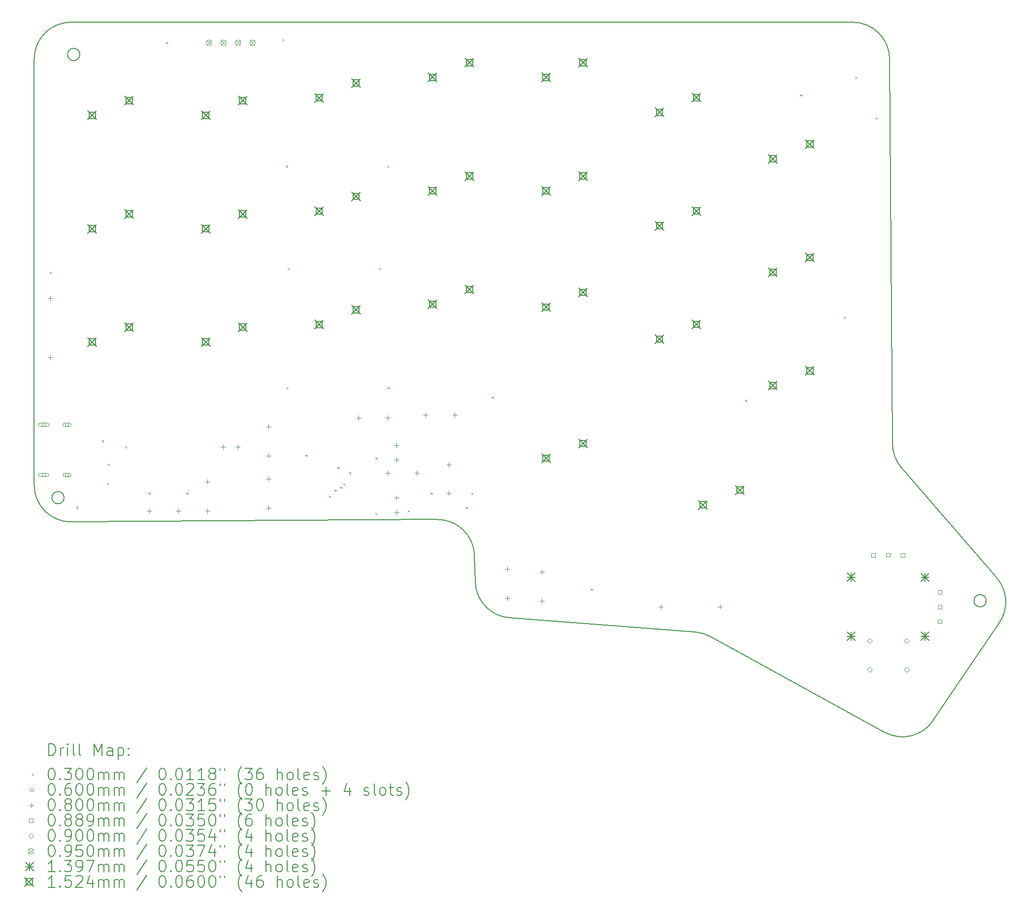
<source format=gbr>
%TF.GenerationSoftware,KiCad,Pcbnew,8.0.2*%
%TF.CreationDate,2024-10-11T16:24:47+02:00*%
%TF.ProjectId,duo_board,64756f5f-626f-4617-9264-2e6b69636164,rev?*%
%TF.SameCoordinates,Original*%
%TF.FileFunction,Drillmap*%
%TF.FilePolarity,Positive*%
%FSLAX45Y45*%
G04 Gerber Fmt 4.5, Leading zero omitted, Abs format (unit mm)*
G04 Created by KiCad (PCBNEW 8.0.2) date 2024-10-11 16:24:47*
%MOMM*%
%LPD*%
G01*
G04 APERTURE LIST*
%ADD10C,0.150000*%
%ADD11C,0.200000*%
%ADD12C,0.100000*%
%ADD13C,0.139700*%
%ADD14C,0.152400*%
G04 APERTURE END LIST*
D10*
X7005000Y-3550000D02*
G75*
G02*
X6795000Y-3550000I-105000J0D01*
G01*
X6795000Y-3550000D02*
G75*
G02*
X7005000Y-3550000I105000J0D01*
G01*
X21129035Y-10658467D02*
G75*
G02*
X20974343Y-10247837I480315J415397D01*
G01*
X22585973Y-12946450D02*
G75*
G02*
X22375973Y-12946450I-105000J0D01*
G01*
X22375973Y-12946450D02*
G75*
G02*
X22585973Y-12946450I105000J0D01*
G01*
X20289740Y-2995000D02*
G75*
G02*
X20924722Y-3625242I0J-635000D01*
G01*
X6855000Y-2995000D02*
X20289740Y-2995000D01*
X17583189Y-13484476D02*
X14388729Y-13238748D01*
X13802723Y-12624852D02*
X13788784Y-12164859D01*
X6220000Y-3630000D02*
G75*
G02*
X6855000Y-2995000I635000J0D01*
G01*
X21672474Y-15008856D02*
G75*
G02*
X20840732Y-15209608I-525974J355796D01*
G01*
X13149870Y-11549107D02*
G75*
G02*
X13788775Y-12164860I4190J-634993D01*
G01*
X6220000Y-10955781D02*
X6220000Y-3630000D01*
X14388729Y-13238748D02*
G75*
G02*
X13802722Y-12624852I48701J633129D01*
G01*
X20840735Y-15209603D02*
X17840259Y-13561073D01*
X13149870Y-11549107D02*
X6859205Y-11590767D01*
X6735000Y-11174500D02*
G75*
G02*
X6525000Y-11174500I-105000J0D01*
G01*
X6525000Y-11174500D02*
G75*
G02*
X6735000Y-11174500I105000J0D01*
G01*
X20924722Y-3625242D02*
X20974343Y-10247837D01*
X6859205Y-11590767D02*
G75*
G02*
X6219999Y-10955781I-4205J634987D01*
G01*
X22812576Y-13323408D02*
X21672474Y-15008856D01*
X22766898Y-12552235D02*
G75*
G02*
X22812576Y-13323408I-480309J-415389D01*
G01*
X21129035Y-10658467D02*
X22766898Y-12552235D01*
X17583189Y-13484476D02*
G75*
G02*
X17840259Y-13561072I-48689J-633094D01*
G01*
D11*
D12*
X6485000Y-7285000D02*
X6515000Y-7315000D01*
X6515000Y-7285000D02*
X6485000Y-7315000D01*
X6941530Y-11325400D02*
X6971530Y-11355400D01*
X6971530Y-11325400D02*
X6941530Y-11355400D01*
X7385000Y-10185000D02*
X7415000Y-10215000D01*
X7415000Y-10185000D02*
X7385000Y-10215000D01*
X7472520Y-10922500D02*
X7502520Y-10952500D01*
X7502520Y-10922500D02*
X7472520Y-10952500D01*
X7485000Y-10585000D02*
X7515000Y-10615000D01*
X7515000Y-10585000D02*
X7485000Y-10615000D01*
X7785000Y-10285000D02*
X7815000Y-10315000D01*
X7815000Y-10285000D02*
X7785000Y-10315000D01*
X8185000Y-11085000D02*
X8215000Y-11115000D01*
X8215000Y-11085000D02*
X8185000Y-11115000D01*
X8485000Y-3335000D02*
X8515000Y-3365000D01*
X8515000Y-3335000D02*
X8485000Y-3365000D01*
X8835000Y-11085000D02*
X8865000Y-11115000D01*
X8865000Y-11085000D02*
X8835000Y-11115000D01*
X10485000Y-3285000D02*
X10515000Y-3315000D01*
X10515000Y-3285000D02*
X10485000Y-3315000D01*
X10551600Y-5461770D02*
X10581600Y-5491770D01*
X10581600Y-5461770D02*
X10551600Y-5491770D01*
X10559400Y-9273110D02*
X10589400Y-9303110D01*
X10589400Y-9273110D02*
X10559400Y-9303110D01*
X10580600Y-7220850D02*
X10610600Y-7250850D01*
X10610600Y-7220850D02*
X10580600Y-7250850D01*
X10885000Y-10435000D02*
X10915000Y-10465000D01*
X10915000Y-10435000D02*
X10885000Y-10465000D01*
X11285000Y-11135000D02*
X11315000Y-11165000D01*
X11315000Y-11135000D02*
X11285000Y-11165000D01*
X11385000Y-11035000D02*
X11415000Y-11065000D01*
X11415000Y-11035000D02*
X11385000Y-11065000D01*
X11435000Y-10645700D02*
X11465000Y-10675700D01*
X11465000Y-10645700D02*
X11435000Y-10675700D01*
X11478200Y-10983600D02*
X11508200Y-11013600D01*
X11508200Y-10983600D02*
X11478200Y-11013600D01*
X11533000Y-10923400D02*
X11563000Y-10953400D01*
X11563000Y-10923400D02*
X11533000Y-10953400D01*
X11635000Y-10735000D02*
X11665000Y-10765000D01*
X11665000Y-10735000D02*
X11635000Y-10765000D01*
X12085000Y-10485000D02*
X12115000Y-10515000D01*
X12115000Y-10485000D02*
X12085000Y-10515000D01*
X12085000Y-11435000D02*
X12115000Y-11465000D01*
X12115000Y-11435000D02*
X12085000Y-11465000D01*
X12147700Y-7220850D02*
X12177700Y-7250850D01*
X12177700Y-7220850D02*
X12147700Y-7250850D01*
X12290100Y-5461770D02*
X12320100Y-5491770D01*
X12320100Y-5461770D02*
X12290100Y-5491770D01*
X12299700Y-9273110D02*
X12329700Y-9303110D01*
X12329700Y-9273110D02*
X12299700Y-9303110D01*
X12639700Y-11390200D02*
X12669700Y-11420200D01*
X12669700Y-11390200D02*
X12639700Y-11420200D01*
X13035000Y-11085000D02*
X13065000Y-11115000D01*
X13065000Y-11085000D02*
X13035000Y-11115000D01*
X13635000Y-11330200D02*
X13665000Y-11360200D01*
X13665000Y-11330200D02*
X13635000Y-11360200D01*
X13735000Y-11085000D02*
X13765000Y-11115000D01*
X13765000Y-11085000D02*
X13735000Y-11115000D01*
X14085000Y-9435000D02*
X14115000Y-9465000D01*
X14115000Y-9435000D02*
X14085000Y-9465000D01*
X15785000Y-12735000D02*
X15815000Y-12765000D01*
X15815000Y-12735000D02*
X15785000Y-12765000D01*
X18442000Y-9490670D02*
X18472000Y-9520670D01*
X18472000Y-9490670D02*
X18442000Y-9520670D01*
X19385000Y-4235000D02*
X19415000Y-4265000D01*
X19415000Y-4235000D02*
X19385000Y-4265000D01*
X20140400Y-8057360D02*
X20170400Y-8087360D01*
X20170400Y-8057360D02*
X20140400Y-8087360D01*
X20335000Y-3935000D02*
X20365000Y-3965000D01*
X20365000Y-3935000D02*
X20335000Y-3965000D01*
X20685000Y-4635000D02*
X20715000Y-4665000D01*
X20715000Y-4635000D02*
X20685000Y-4665000D01*
X6415000Y-9918000D02*
G75*
G02*
X6355000Y-9918000I-30000J0D01*
G01*
X6355000Y-9918000D02*
G75*
G02*
X6415000Y-9918000I30000J0D01*
G01*
X6325000Y-9948000D02*
X6445000Y-9948000D01*
X6445000Y-9888000D02*
G75*
G02*
X6445000Y-9948000I0J-30000D01*
G01*
X6445000Y-9888000D02*
X6325000Y-9888000D01*
X6325000Y-9888000D02*
G75*
G03*
X6325000Y-9948000I0J-30000D01*
G01*
X6415000Y-10782000D02*
G75*
G02*
X6355000Y-10782000I-30000J0D01*
G01*
X6355000Y-10782000D02*
G75*
G02*
X6415000Y-10782000I30000J0D01*
G01*
X6325000Y-10812000D02*
X6445000Y-10812000D01*
X6445000Y-10752000D02*
G75*
G02*
X6445000Y-10812000I0J-30000D01*
G01*
X6445000Y-10752000D02*
X6325000Y-10752000D01*
X6325000Y-10752000D02*
G75*
G03*
X6325000Y-10812000I0J-30000D01*
G01*
X6815000Y-9918000D02*
G75*
G02*
X6755000Y-9918000I-30000J0D01*
G01*
X6755000Y-9918000D02*
G75*
G02*
X6815000Y-9918000I30000J0D01*
G01*
X6745000Y-9948000D02*
X6825000Y-9948000D01*
X6825000Y-9888000D02*
G75*
G02*
X6825000Y-9948000I0J-30000D01*
G01*
X6825000Y-9888000D02*
X6745000Y-9888000D01*
X6745000Y-9888000D02*
G75*
G03*
X6745000Y-9948000I0J-30000D01*
G01*
X6815000Y-10782000D02*
G75*
G02*
X6755000Y-10782000I-30000J0D01*
G01*
X6755000Y-10782000D02*
G75*
G02*
X6815000Y-10782000I30000J0D01*
G01*
X6745000Y-10812000D02*
X6825000Y-10812000D01*
X6825000Y-10752000D02*
G75*
G02*
X6825000Y-10812000I0J-30000D01*
G01*
X6825000Y-10752000D02*
X6745000Y-10752000D01*
X6745000Y-10752000D02*
G75*
G03*
X6745000Y-10812000I0J-30000D01*
G01*
X6500000Y-7702000D02*
X6500000Y-7782000D01*
X6460000Y-7742000D02*
X6540000Y-7742000D01*
X6500000Y-8718000D02*
X6500000Y-8798000D01*
X6460000Y-8758000D02*
X6540000Y-8758000D01*
X8200000Y-11360000D02*
X8200000Y-11440000D01*
X8160000Y-11400000D02*
X8240000Y-11400000D01*
X8700000Y-11360000D02*
X8700000Y-11440000D01*
X8660000Y-11400000D02*
X8740000Y-11400000D01*
X9200000Y-10860000D02*
X9200000Y-10940000D01*
X9160000Y-10900000D02*
X9240000Y-10900000D01*
X9200000Y-11360000D02*
X9200000Y-11440000D01*
X9160000Y-11400000D02*
X9240000Y-11400000D01*
X9469640Y-10260000D02*
X9469640Y-10340000D01*
X9429640Y-10300000D02*
X9509640Y-10300000D01*
X9719640Y-10260000D02*
X9719640Y-10340000D01*
X9679640Y-10300000D02*
X9759640Y-10300000D01*
X10250000Y-9910000D02*
X10250000Y-9990000D01*
X10210000Y-9950000D02*
X10290000Y-9950000D01*
X10250000Y-10410000D02*
X10250000Y-10490000D01*
X10210000Y-10450000D02*
X10290000Y-10450000D01*
X10250000Y-10810000D02*
X10250000Y-10890000D01*
X10210000Y-10850000D02*
X10290000Y-10850000D01*
X10250000Y-11310000D02*
X10250000Y-11390000D01*
X10210000Y-11350000D02*
X10290000Y-11350000D01*
X11800000Y-9760000D02*
X11800000Y-9840000D01*
X11760000Y-9800000D02*
X11840000Y-9800000D01*
X12300000Y-9760000D02*
X12300000Y-9840000D01*
X12260000Y-9800000D02*
X12340000Y-9800000D01*
X12300000Y-10710000D02*
X12300000Y-10790000D01*
X12260000Y-10750000D02*
X12340000Y-10750000D01*
X12450000Y-10235000D02*
X12450000Y-10315000D01*
X12410000Y-10275000D02*
X12490000Y-10275000D01*
X12450000Y-10485000D02*
X12450000Y-10565000D01*
X12410000Y-10525000D02*
X12490000Y-10525000D01*
X12450000Y-11135000D02*
X12450000Y-11215000D01*
X12410000Y-11175000D02*
X12490000Y-11175000D01*
X12450000Y-11385000D02*
X12450000Y-11465000D01*
X12410000Y-11425000D02*
X12490000Y-11425000D01*
X12800000Y-10710000D02*
X12800000Y-10790000D01*
X12760000Y-10750000D02*
X12840000Y-10750000D01*
X12950000Y-9710000D02*
X12950000Y-9790000D01*
X12910000Y-9750000D02*
X12990000Y-9750000D01*
X13350000Y-10565000D02*
X13350000Y-10645000D01*
X13310000Y-10605000D02*
X13390000Y-10605000D01*
X13350000Y-11053000D02*
X13350000Y-11133000D01*
X13310000Y-11093000D02*
X13390000Y-11093000D01*
X13450000Y-9710000D02*
X13450000Y-9790000D01*
X13410000Y-9750000D02*
X13490000Y-9750000D01*
X14350000Y-12360000D02*
X14350000Y-12440000D01*
X14310000Y-12400000D02*
X14390000Y-12400000D01*
X14350000Y-12860000D02*
X14350000Y-12940000D01*
X14310000Y-12900000D02*
X14390000Y-12900000D01*
X14950000Y-12410000D02*
X14950000Y-12490000D01*
X14910000Y-12450000D02*
X14990000Y-12450000D01*
X14950000Y-12910000D02*
X14950000Y-12990000D01*
X14910000Y-12950000D02*
X14990000Y-12950000D01*
X16992000Y-13010000D02*
X16992000Y-13090000D01*
X16952000Y-13050000D02*
X17032000Y-13050000D01*
X18008000Y-13010000D02*
X18008000Y-13090000D01*
X17968000Y-13050000D02*
X18048000Y-13050000D01*
X20675931Y-12193911D02*
X20675931Y-12131049D01*
X20613069Y-12131049D01*
X20613069Y-12193911D01*
X20675931Y-12193911D01*
X20929931Y-12191911D02*
X20929931Y-12129049D01*
X20867069Y-12129049D01*
X20867069Y-12191911D01*
X20929931Y-12191911D01*
X21183931Y-12193911D02*
X21183931Y-12131049D01*
X21121069Y-12131049D01*
X21121069Y-12193911D01*
X21183931Y-12193911D01*
X21820431Y-13335431D02*
X21820431Y-13272569D01*
X21757569Y-13272569D01*
X21757569Y-13335431D01*
X21820431Y-13335431D01*
X21821931Y-12828911D02*
X21821931Y-12766049D01*
X21759069Y-12766049D01*
X21759069Y-12828911D01*
X21821931Y-12828911D01*
X21821931Y-13082911D02*
X21821931Y-13020049D01*
X21759069Y-13020049D01*
X21759069Y-13082911D01*
X21821931Y-13082911D01*
X20581500Y-13680480D02*
X20626500Y-13635480D01*
X20581500Y-13590480D01*
X20536500Y-13635480D01*
X20581500Y-13680480D01*
X20582500Y-14174500D02*
X20627500Y-14129500D01*
X20582500Y-14084500D01*
X20537500Y-14129500D01*
X20582500Y-14174500D01*
X21217500Y-13682480D02*
X21262500Y-13637480D01*
X21217500Y-13592480D01*
X21172500Y-13637480D01*
X21217500Y-13682480D01*
X21217500Y-14176480D02*
X21262500Y-14131480D01*
X21217500Y-14086480D01*
X21172500Y-14131480D01*
X21217500Y-14176480D01*
X9177500Y-3300000D02*
X9272500Y-3395000D01*
X9272500Y-3300000D02*
X9177500Y-3395000D01*
X9272500Y-3347500D02*
G75*
G02*
X9177500Y-3347500I-47500J0D01*
G01*
X9177500Y-3347500D02*
G75*
G02*
X9272500Y-3347500I47500J0D01*
G01*
X9427500Y-3300000D02*
X9522500Y-3395000D01*
X9522500Y-3300000D02*
X9427500Y-3395000D01*
X9522500Y-3347500D02*
G75*
G02*
X9427500Y-3347500I-47500J0D01*
G01*
X9427500Y-3347500D02*
G75*
G02*
X9522500Y-3347500I47500J0D01*
G01*
X9677500Y-3300000D02*
X9772500Y-3395000D01*
X9772500Y-3300000D02*
X9677500Y-3395000D01*
X9772500Y-3347500D02*
G75*
G02*
X9677500Y-3347500I-47500J0D01*
G01*
X9677500Y-3347500D02*
G75*
G02*
X9772500Y-3347500I47500J0D01*
G01*
X9927500Y-3300000D02*
X10022500Y-3395000D01*
X10022500Y-3300000D02*
X9927500Y-3395000D01*
X10022500Y-3347500D02*
G75*
G02*
X9927500Y-3347500I-47500J0D01*
G01*
X9927500Y-3347500D02*
G75*
G02*
X10022500Y-3347500I47500J0D01*
G01*
D13*
X20195150Y-12472150D02*
X20334850Y-12611850D01*
X20334850Y-12472150D02*
X20195150Y-12611850D01*
X20265000Y-12472150D02*
X20265000Y-12611850D01*
X20195150Y-12542000D02*
X20334850Y-12542000D01*
X20195150Y-13488150D02*
X20334850Y-13627850D01*
X20334850Y-13488150D02*
X20195150Y-13627850D01*
X20265000Y-13488150D02*
X20265000Y-13627850D01*
X20195150Y-13558000D02*
X20334850Y-13558000D01*
X21465150Y-12473630D02*
X21604850Y-12613330D01*
X21604850Y-12473630D02*
X21465150Y-12613330D01*
X21535000Y-12473630D02*
X21535000Y-12613330D01*
X21465150Y-12543480D02*
X21604850Y-12543480D01*
X21465150Y-13486630D02*
X21604850Y-13626330D01*
X21604850Y-13486630D02*
X21465150Y-13626330D01*
X21535000Y-13486630D02*
X21535000Y-13626330D01*
X21465150Y-13556480D02*
X21604850Y-13556480D01*
D14*
X7142800Y-4519800D02*
X7295200Y-4672200D01*
X7295200Y-4519800D02*
X7142800Y-4672200D01*
X7272882Y-4649882D02*
X7272882Y-4542118D01*
X7165118Y-4542118D01*
X7165118Y-4649882D01*
X7272882Y-4649882D01*
X7142800Y-6469800D02*
X7295200Y-6622200D01*
X7295200Y-6469800D02*
X7142800Y-6622200D01*
X7272882Y-6599882D02*
X7272882Y-6492118D01*
X7165118Y-6492118D01*
X7165118Y-6599882D01*
X7272882Y-6599882D01*
X7142800Y-8419800D02*
X7295200Y-8572200D01*
X7295200Y-8419800D02*
X7142800Y-8572200D01*
X7272882Y-8549882D02*
X7272882Y-8442118D01*
X7165118Y-8442118D01*
X7165118Y-8549882D01*
X7272882Y-8549882D01*
X7777800Y-4265800D02*
X7930200Y-4418200D01*
X7930200Y-4265800D02*
X7777800Y-4418200D01*
X7907882Y-4395882D02*
X7907882Y-4288118D01*
X7800118Y-4288118D01*
X7800118Y-4395882D01*
X7907882Y-4395882D01*
X7777800Y-6215800D02*
X7930200Y-6368200D01*
X7930200Y-6215800D02*
X7777800Y-6368200D01*
X7907882Y-6345882D02*
X7907882Y-6238118D01*
X7800118Y-6238118D01*
X7800118Y-6345882D01*
X7907882Y-6345882D01*
X7777800Y-8165800D02*
X7930200Y-8318200D01*
X7930200Y-8165800D02*
X7777800Y-8318200D01*
X7907882Y-8295882D02*
X7907882Y-8188118D01*
X7800118Y-8188118D01*
X7800118Y-8295882D01*
X7907882Y-8295882D01*
X9092800Y-4519800D02*
X9245200Y-4672200D01*
X9245200Y-4519800D02*
X9092800Y-4672200D01*
X9222882Y-4649882D02*
X9222882Y-4542118D01*
X9115118Y-4542118D01*
X9115118Y-4649882D01*
X9222882Y-4649882D01*
X9092800Y-6469800D02*
X9245200Y-6622200D01*
X9245200Y-6469800D02*
X9092800Y-6622200D01*
X9222882Y-6599882D02*
X9222882Y-6492118D01*
X9115118Y-6492118D01*
X9115118Y-6599882D01*
X9222882Y-6599882D01*
X9092800Y-8419800D02*
X9245200Y-8572200D01*
X9245200Y-8419800D02*
X9092800Y-8572200D01*
X9222882Y-8549882D02*
X9222882Y-8442118D01*
X9115118Y-8442118D01*
X9115118Y-8549882D01*
X9222882Y-8549882D01*
X9727800Y-4265800D02*
X9880200Y-4418200D01*
X9880200Y-4265800D02*
X9727800Y-4418200D01*
X9857882Y-4395882D02*
X9857882Y-4288118D01*
X9750118Y-4288118D01*
X9750118Y-4395882D01*
X9857882Y-4395882D01*
X9727800Y-6215800D02*
X9880200Y-6368200D01*
X9880200Y-6215800D02*
X9727800Y-6368200D01*
X9857882Y-6345882D02*
X9857882Y-6238118D01*
X9750118Y-6238118D01*
X9750118Y-6345882D01*
X9857882Y-6345882D01*
X9727800Y-8165800D02*
X9880200Y-8318200D01*
X9880200Y-8165800D02*
X9727800Y-8318200D01*
X9857882Y-8295882D02*
X9857882Y-8188118D01*
X9750118Y-8188118D01*
X9750118Y-8295882D01*
X9857882Y-8295882D01*
X11042800Y-4219800D02*
X11195200Y-4372200D01*
X11195200Y-4219800D02*
X11042800Y-4372200D01*
X11172882Y-4349882D02*
X11172882Y-4242118D01*
X11065118Y-4242118D01*
X11065118Y-4349882D01*
X11172882Y-4349882D01*
X11042800Y-6169800D02*
X11195200Y-6322200D01*
X11195200Y-6169800D02*
X11042800Y-6322200D01*
X11172882Y-6299882D02*
X11172882Y-6192118D01*
X11065118Y-6192118D01*
X11065118Y-6299882D01*
X11172882Y-6299882D01*
X11042800Y-8119800D02*
X11195200Y-8272200D01*
X11195200Y-8119800D02*
X11042800Y-8272200D01*
X11172882Y-8249882D02*
X11172882Y-8142118D01*
X11065118Y-8142118D01*
X11065118Y-8249882D01*
X11172882Y-8249882D01*
X11677800Y-3965800D02*
X11830200Y-4118200D01*
X11830200Y-3965800D02*
X11677800Y-4118200D01*
X11807882Y-4095882D02*
X11807882Y-3988118D01*
X11700118Y-3988118D01*
X11700118Y-4095882D01*
X11807882Y-4095882D01*
X11677800Y-5915800D02*
X11830200Y-6068200D01*
X11830200Y-5915800D02*
X11677800Y-6068200D01*
X11807882Y-6045882D02*
X11807882Y-5938118D01*
X11700118Y-5938118D01*
X11700118Y-6045882D01*
X11807882Y-6045882D01*
X11677800Y-7865800D02*
X11830200Y-8018200D01*
X11830200Y-7865800D02*
X11677800Y-8018200D01*
X11807882Y-7995882D02*
X11807882Y-7888118D01*
X11700118Y-7888118D01*
X11700118Y-7995882D01*
X11807882Y-7995882D01*
X12992800Y-3869800D02*
X13145200Y-4022200D01*
X13145200Y-3869800D02*
X12992800Y-4022200D01*
X13122882Y-3999882D02*
X13122882Y-3892118D01*
X13015118Y-3892118D01*
X13015118Y-3999882D01*
X13122882Y-3999882D01*
X12992800Y-5819800D02*
X13145200Y-5972200D01*
X13145200Y-5819800D02*
X12992800Y-5972200D01*
X13122882Y-5949882D02*
X13122882Y-5842118D01*
X13015118Y-5842118D01*
X13015118Y-5949882D01*
X13122882Y-5949882D01*
X12992800Y-7769800D02*
X13145200Y-7922200D01*
X13145200Y-7769800D02*
X12992800Y-7922200D01*
X13122882Y-7899882D02*
X13122882Y-7792118D01*
X13015118Y-7792118D01*
X13015118Y-7899882D01*
X13122882Y-7899882D01*
X13627800Y-3615800D02*
X13780200Y-3768200D01*
X13780200Y-3615800D02*
X13627800Y-3768200D01*
X13757882Y-3745882D02*
X13757882Y-3638118D01*
X13650118Y-3638118D01*
X13650118Y-3745882D01*
X13757882Y-3745882D01*
X13627800Y-5565800D02*
X13780200Y-5718200D01*
X13780200Y-5565800D02*
X13627800Y-5718200D01*
X13757882Y-5695882D02*
X13757882Y-5588118D01*
X13650118Y-5588118D01*
X13650118Y-5695882D01*
X13757882Y-5695882D01*
X13627800Y-7515800D02*
X13780200Y-7668200D01*
X13780200Y-7515800D02*
X13627800Y-7668200D01*
X13757882Y-7645882D02*
X13757882Y-7538118D01*
X13650118Y-7538118D01*
X13650118Y-7645882D01*
X13757882Y-7645882D01*
X14942800Y-3869800D02*
X15095200Y-4022200D01*
X15095200Y-3869800D02*
X14942800Y-4022200D01*
X15072882Y-3999882D02*
X15072882Y-3892118D01*
X14965118Y-3892118D01*
X14965118Y-3999882D01*
X15072882Y-3999882D01*
X14942800Y-5819800D02*
X15095200Y-5972200D01*
X15095200Y-5819800D02*
X14942800Y-5972200D01*
X15072882Y-5949882D02*
X15072882Y-5842118D01*
X14965118Y-5842118D01*
X14965118Y-5949882D01*
X15072882Y-5949882D01*
X14942800Y-7819800D02*
X15095200Y-7972200D01*
X15095200Y-7819800D02*
X14942800Y-7972200D01*
X15072882Y-7949882D02*
X15072882Y-7842118D01*
X14965118Y-7842118D01*
X14965118Y-7949882D01*
X15072882Y-7949882D01*
X14942800Y-10419800D02*
X15095200Y-10572200D01*
X15095200Y-10419800D02*
X14942800Y-10572200D01*
X15072882Y-10549882D02*
X15072882Y-10442118D01*
X14965118Y-10442118D01*
X14965118Y-10549882D01*
X15072882Y-10549882D01*
X15577800Y-3615800D02*
X15730200Y-3768200D01*
X15730200Y-3615800D02*
X15577800Y-3768200D01*
X15707882Y-3745882D02*
X15707882Y-3638118D01*
X15600118Y-3638118D01*
X15600118Y-3745882D01*
X15707882Y-3745882D01*
X15577800Y-5565800D02*
X15730200Y-5718200D01*
X15730200Y-5565800D02*
X15577800Y-5718200D01*
X15707882Y-5695882D02*
X15707882Y-5588118D01*
X15600118Y-5588118D01*
X15600118Y-5695882D01*
X15707882Y-5695882D01*
X15577800Y-7565800D02*
X15730200Y-7718200D01*
X15730200Y-7565800D02*
X15577800Y-7718200D01*
X15707882Y-7695882D02*
X15707882Y-7588118D01*
X15600118Y-7588118D01*
X15600118Y-7695882D01*
X15707882Y-7695882D01*
X15577800Y-10165800D02*
X15730200Y-10318200D01*
X15730200Y-10165800D02*
X15577800Y-10318200D01*
X15707882Y-10295882D02*
X15707882Y-10188118D01*
X15600118Y-10188118D01*
X15600118Y-10295882D01*
X15707882Y-10295882D01*
X16892800Y-4469800D02*
X17045200Y-4622200D01*
X17045200Y-4469800D02*
X16892800Y-4622200D01*
X17022882Y-4599882D02*
X17022882Y-4492118D01*
X16915118Y-4492118D01*
X16915118Y-4599882D01*
X17022882Y-4599882D01*
X16892800Y-6419800D02*
X17045200Y-6572200D01*
X17045200Y-6419800D02*
X16892800Y-6572200D01*
X17022882Y-6549882D02*
X17022882Y-6442118D01*
X16915118Y-6442118D01*
X16915118Y-6549882D01*
X17022882Y-6549882D01*
X16892800Y-8369800D02*
X17045200Y-8522200D01*
X17045200Y-8369800D02*
X16892800Y-8522200D01*
X17022882Y-8499882D02*
X17022882Y-8392118D01*
X16915118Y-8392118D01*
X16915118Y-8499882D01*
X17022882Y-8499882D01*
X17527800Y-4215800D02*
X17680200Y-4368200D01*
X17680200Y-4215800D02*
X17527800Y-4368200D01*
X17657882Y-4345882D02*
X17657882Y-4238118D01*
X17550118Y-4238118D01*
X17550118Y-4345882D01*
X17657882Y-4345882D01*
X17527800Y-6165800D02*
X17680200Y-6318200D01*
X17680200Y-6165800D02*
X17527800Y-6318200D01*
X17657882Y-6295882D02*
X17657882Y-6188118D01*
X17550118Y-6188118D01*
X17550118Y-6295882D01*
X17657882Y-6295882D01*
X17527800Y-8115800D02*
X17680200Y-8268200D01*
X17680200Y-8115800D02*
X17527800Y-8268200D01*
X17657882Y-8245882D02*
X17657882Y-8138118D01*
X17550118Y-8138118D01*
X17550118Y-8245882D01*
X17657882Y-8245882D01*
X17642800Y-11219800D02*
X17795200Y-11372200D01*
X17795200Y-11219800D02*
X17642800Y-11372200D01*
X17772882Y-11349882D02*
X17772882Y-11242118D01*
X17665118Y-11242118D01*
X17665118Y-11349882D01*
X17772882Y-11349882D01*
X18277800Y-10965800D02*
X18430200Y-11118200D01*
X18430200Y-10965800D02*
X18277800Y-11118200D01*
X18407882Y-11095882D02*
X18407882Y-10988118D01*
X18300118Y-10988118D01*
X18300118Y-11095882D01*
X18407882Y-11095882D01*
X18842800Y-5269800D02*
X18995200Y-5422200D01*
X18995200Y-5269800D02*
X18842800Y-5422200D01*
X18972882Y-5399882D02*
X18972882Y-5292118D01*
X18865118Y-5292118D01*
X18865118Y-5399882D01*
X18972882Y-5399882D01*
X18842800Y-7219800D02*
X18995200Y-7372200D01*
X18995200Y-7219800D02*
X18842800Y-7372200D01*
X18972882Y-7349882D02*
X18972882Y-7242118D01*
X18865118Y-7242118D01*
X18865118Y-7349882D01*
X18972882Y-7349882D01*
X18842800Y-9169800D02*
X18995200Y-9322200D01*
X18995200Y-9169800D02*
X18842800Y-9322200D01*
X18972882Y-9299882D02*
X18972882Y-9192118D01*
X18865118Y-9192118D01*
X18865118Y-9299882D01*
X18972882Y-9299882D01*
X19477800Y-5015800D02*
X19630200Y-5168200D01*
X19630200Y-5015800D02*
X19477800Y-5168200D01*
X19607882Y-5145882D02*
X19607882Y-5038118D01*
X19500118Y-5038118D01*
X19500118Y-5145882D01*
X19607882Y-5145882D01*
X19477800Y-6965800D02*
X19630200Y-7118200D01*
X19630200Y-6965800D02*
X19477800Y-7118200D01*
X19607882Y-7095882D02*
X19607882Y-6988118D01*
X19500118Y-6988118D01*
X19500118Y-7095882D01*
X19607882Y-7095882D01*
X19477800Y-8915800D02*
X19630200Y-9068200D01*
X19630200Y-8915800D02*
X19477800Y-9068200D01*
X19607882Y-9045882D02*
X19607882Y-8938118D01*
X19500118Y-8938118D01*
X19500118Y-9045882D01*
X19607882Y-9045882D01*
D11*
X6473277Y-15607055D02*
X6473277Y-15407055D01*
X6473277Y-15407055D02*
X6520896Y-15407055D01*
X6520896Y-15407055D02*
X6549467Y-15416579D01*
X6549467Y-15416579D02*
X6568515Y-15435626D01*
X6568515Y-15435626D02*
X6578039Y-15454674D01*
X6578039Y-15454674D02*
X6587562Y-15492769D01*
X6587562Y-15492769D02*
X6587562Y-15521341D01*
X6587562Y-15521341D02*
X6578039Y-15559436D01*
X6578039Y-15559436D02*
X6568515Y-15578483D01*
X6568515Y-15578483D02*
X6549467Y-15597531D01*
X6549467Y-15597531D02*
X6520896Y-15607055D01*
X6520896Y-15607055D02*
X6473277Y-15607055D01*
X6673277Y-15607055D02*
X6673277Y-15473722D01*
X6673277Y-15511817D02*
X6682801Y-15492769D01*
X6682801Y-15492769D02*
X6692324Y-15483245D01*
X6692324Y-15483245D02*
X6711372Y-15473722D01*
X6711372Y-15473722D02*
X6730420Y-15473722D01*
X6797086Y-15607055D02*
X6797086Y-15473722D01*
X6797086Y-15407055D02*
X6787562Y-15416579D01*
X6787562Y-15416579D02*
X6797086Y-15426103D01*
X6797086Y-15426103D02*
X6806610Y-15416579D01*
X6806610Y-15416579D02*
X6797086Y-15407055D01*
X6797086Y-15407055D02*
X6797086Y-15426103D01*
X6920896Y-15607055D02*
X6901848Y-15597531D01*
X6901848Y-15597531D02*
X6892324Y-15578483D01*
X6892324Y-15578483D02*
X6892324Y-15407055D01*
X7025658Y-15607055D02*
X7006610Y-15597531D01*
X7006610Y-15597531D02*
X6997086Y-15578483D01*
X6997086Y-15578483D02*
X6997086Y-15407055D01*
X7254229Y-15607055D02*
X7254229Y-15407055D01*
X7254229Y-15407055D02*
X7320896Y-15549912D01*
X7320896Y-15549912D02*
X7387562Y-15407055D01*
X7387562Y-15407055D02*
X7387562Y-15607055D01*
X7568515Y-15607055D02*
X7568515Y-15502293D01*
X7568515Y-15502293D02*
X7558991Y-15483245D01*
X7558991Y-15483245D02*
X7539943Y-15473722D01*
X7539943Y-15473722D02*
X7501848Y-15473722D01*
X7501848Y-15473722D02*
X7482801Y-15483245D01*
X7568515Y-15597531D02*
X7549467Y-15607055D01*
X7549467Y-15607055D02*
X7501848Y-15607055D01*
X7501848Y-15607055D02*
X7482801Y-15597531D01*
X7482801Y-15597531D02*
X7473277Y-15578483D01*
X7473277Y-15578483D02*
X7473277Y-15559436D01*
X7473277Y-15559436D02*
X7482801Y-15540388D01*
X7482801Y-15540388D02*
X7501848Y-15530864D01*
X7501848Y-15530864D02*
X7549467Y-15530864D01*
X7549467Y-15530864D02*
X7568515Y-15521341D01*
X7663753Y-15473722D02*
X7663753Y-15673722D01*
X7663753Y-15483245D02*
X7682801Y-15473722D01*
X7682801Y-15473722D02*
X7720896Y-15473722D01*
X7720896Y-15473722D02*
X7739943Y-15483245D01*
X7739943Y-15483245D02*
X7749467Y-15492769D01*
X7749467Y-15492769D02*
X7758991Y-15511817D01*
X7758991Y-15511817D02*
X7758991Y-15568960D01*
X7758991Y-15568960D02*
X7749467Y-15588007D01*
X7749467Y-15588007D02*
X7739943Y-15597531D01*
X7739943Y-15597531D02*
X7720896Y-15607055D01*
X7720896Y-15607055D02*
X7682801Y-15607055D01*
X7682801Y-15607055D02*
X7663753Y-15597531D01*
X7844705Y-15588007D02*
X7854229Y-15597531D01*
X7854229Y-15597531D02*
X7844705Y-15607055D01*
X7844705Y-15607055D02*
X7835182Y-15597531D01*
X7835182Y-15597531D02*
X7844705Y-15588007D01*
X7844705Y-15588007D02*
X7844705Y-15607055D01*
X7844705Y-15483245D02*
X7854229Y-15492769D01*
X7854229Y-15492769D02*
X7844705Y-15502293D01*
X7844705Y-15502293D02*
X7835182Y-15492769D01*
X7835182Y-15492769D02*
X7844705Y-15483245D01*
X7844705Y-15483245D02*
X7844705Y-15502293D01*
D12*
X6182500Y-15920571D02*
X6212500Y-15950571D01*
X6212500Y-15920571D02*
X6182500Y-15950571D01*
D11*
X6511372Y-15827055D02*
X6530420Y-15827055D01*
X6530420Y-15827055D02*
X6549467Y-15836579D01*
X6549467Y-15836579D02*
X6558991Y-15846103D01*
X6558991Y-15846103D02*
X6568515Y-15865150D01*
X6568515Y-15865150D02*
X6578039Y-15903245D01*
X6578039Y-15903245D02*
X6578039Y-15950864D01*
X6578039Y-15950864D02*
X6568515Y-15988960D01*
X6568515Y-15988960D02*
X6558991Y-16008007D01*
X6558991Y-16008007D02*
X6549467Y-16017531D01*
X6549467Y-16017531D02*
X6530420Y-16027055D01*
X6530420Y-16027055D02*
X6511372Y-16027055D01*
X6511372Y-16027055D02*
X6492324Y-16017531D01*
X6492324Y-16017531D02*
X6482801Y-16008007D01*
X6482801Y-16008007D02*
X6473277Y-15988960D01*
X6473277Y-15988960D02*
X6463753Y-15950864D01*
X6463753Y-15950864D02*
X6463753Y-15903245D01*
X6463753Y-15903245D02*
X6473277Y-15865150D01*
X6473277Y-15865150D02*
X6482801Y-15846103D01*
X6482801Y-15846103D02*
X6492324Y-15836579D01*
X6492324Y-15836579D02*
X6511372Y-15827055D01*
X6663753Y-16008007D02*
X6673277Y-16017531D01*
X6673277Y-16017531D02*
X6663753Y-16027055D01*
X6663753Y-16027055D02*
X6654229Y-16017531D01*
X6654229Y-16017531D02*
X6663753Y-16008007D01*
X6663753Y-16008007D02*
X6663753Y-16027055D01*
X6739943Y-15827055D02*
X6863753Y-15827055D01*
X6863753Y-15827055D02*
X6797086Y-15903245D01*
X6797086Y-15903245D02*
X6825658Y-15903245D01*
X6825658Y-15903245D02*
X6844705Y-15912769D01*
X6844705Y-15912769D02*
X6854229Y-15922293D01*
X6854229Y-15922293D02*
X6863753Y-15941341D01*
X6863753Y-15941341D02*
X6863753Y-15988960D01*
X6863753Y-15988960D02*
X6854229Y-16008007D01*
X6854229Y-16008007D02*
X6844705Y-16017531D01*
X6844705Y-16017531D02*
X6825658Y-16027055D01*
X6825658Y-16027055D02*
X6768515Y-16027055D01*
X6768515Y-16027055D02*
X6749467Y-16017531D01*
X6749467Y-16017531D02*
X6739943Y-16008007D01*
X6987562Y-15827055D02*
X7006610Y-15827055D01*
X7006610Y-15827055D02*
X7025658Y-15836579D01*
X7025658Y-15836579D02*
X7035182Y-15846103D01*
X7035182Y-15846103D02*
X7044705Y-15865150D01*
X7044705Y-15865150D02*
X7054229Y-15903245D01*
X7054229Y-15903245D02*
X7054229Y-15950864D01*
X7054229Y-15950864D02*
X7044705Y-15988960D01*
X7044705Y-15988960D02*
X7035182Y-16008007D01*
X7035182Y-16008007D02*
X7025658Y-16017531D01*
X7025658Y-16017531D02*
X7006610Y-16027055D01*
X7006610Y-16027055D02*
X6987562Y-16027055D01*
X6987562Y-16027055D02*
X6968515Y-16017531D01*
X6968515Y-16017531D02*
X6958991Y-16008007D01*
X6958991Y-16008007D02*
X6949467Y-15988960D01*
X6949467Y-15988960D02*
X6939943Y-15950864D01*
X6939943Y-15950864D02*
X6939943Y-15903245D01*
X6939943Y-15903245D02*
X6949467Y-15865150D01*
X6949467Y-15865150D02*
X6958991Y-15846103D01*
X6958991Y-15846103D02*
X6968515Y-15836579D01*
X6968515Y-15836579D02*
X6987562Y-15827055D01*
X7178039Y-15827055D02*
X7197086Y-15827055D01*
X7197086Y-15827055D02*
X7216134Y-15836579D01*
X7216134Y-15836579D02*
X7225658Y-15846103D01*
X7225658Y-15846103D02*
X7235182Y-15865150D01*
X7235182Y-15865150D02*
X7244705Y-15903245D01*
X7244705Y-15903245D02*
X7244705Y-15950864D01*
X7244705Y-15950864D02*
X7235182Y-15988960D01*
X7235182Y-15988960D02*
X7225658Y-16008007D01*
X7225658Y-16008007D02*
X7216134Y-16017531D01*
X7216134Y-16017531D02*
X7197086Y-16027055D01*
X7197086Y-16027055D02*
X7178039Y-16027055D01*
X7178039Y-16027055D02*
X7158991Y-16017531D01*
X7158991Y-16017531D02*
X7149467Y-16008007D01*
X7149467Y-16008007D02*
X7139943Y-15988960D01*
X7139943Y-15988960D02*
X7130420Y-15950864D01*
X7130420Y-15950864D02*
X7130420Y-15903245D01*
X7130420Y-15903245D02*
X7139943Y-15865150D01*
X7139943Y-15865150D02*
X7149467Y-15846103D01*
X7149467Y-15846103D02*
X7158991Y-15836579D01*
X7158991Y-15836579D02*
X7178039Y-15827055D01*
X7330420Y-16027055D02*
X7330420Y-15893722D01*
X7330420Y-15912769D02*
X7339943Y-15903245D01*
X7339943Y-15903245D02*
X7358991Y-15893722D01*
X7358991Y-15893722D02*
X7387563Y-15893722D01*
X7387563Y-15893722D02*
X7406610Y-15903245D01*
X7406610Y-15903245D02*
X7416134Y-15922293D01*
X7416134Y-15922293D02*
X7416134Y-16027055D01*
X7416134Y-15922293D02*
X7425658Y-15903245D01*
X7425658Y-15903245D02*
X7444705Y-15893722D01*
X7444705Y-15893722D02*
X7473277Y-15893722D01*
X7473277Y-15893722D02*
X7492324Y-15903245D01*
X7492324Y-15903245D02*
X7501848Y-15922293D01*
X7501848Y-15922293D02*
X7501848Y-16027055D01*
X7597086Y-16027055D02*
X7597086Y-15893722D01*
X7597086Y-15912769D02*
X7606610Y-15903245D01*
X7606610Y-15903245D02*
X7625658Y-15893722D01*
X7625658Y-15893722D02*
X7654229Y-15893722D01*
X7654229Y-15893722D02*
X7673277Y-15903245D01*
X7673277Y-15903245D02*
X7682801Y-15922293D01*
X7682801Y-15922293D02*
X7682801Y-16027055D01*
X7682801Y-15922293D02*
X7692324Y-15903245D01*
X7692324Y-15903245D02*
X7711372Y-15893722D01*
X7711372Y-15893722D02*
X7739943Y-15893722D01*
X7739943Y-15893722D02*
X7758991Y-15903245D01*
X7758991Y-15903245D02*
X7768515Y-15922293D01*
X7768515Y-15922293D02*
X7768515Y-16027055D01*
X8158991Y-15817531D02*
X7987563Y-16074674D01*
X8416134Y-15827055D02*
X8435182Y-15827055D01*
X8435182Y-15827055D02*
X8454229Y-15836579D01*
X8454229Y-15836579D02*
X8463753Y-15846103D01*
X8463753Y-15846103D02*
X8473277Y-15865150D01*
X8473277Y-15865150D02*
X8482801Y-15903245D01*
X8482801Y-15903245D02*
X8482801Y-15950864D01*
X8482801Y-15950864D02*
X8473277Y-15988960D01*
X8473277Y-15988960D02*
X8463753Y-16008007D01*
X8463753Y-16008007D02*
X8454229Y-16017531D01*
X8454229Y-16017531D02*
X8435182Y-16027055D01*
X8435182Y-16027055D02*
X8416134Y-16027055D01*
X8416134Y-16027055D02*
X8397087Y-16017531D01*
X8397087Y-16017531D02*
X8387563Y-16008007D01*
X8387563Y-16008007D02*
X8378039Y-15988960D01*
X8378039Y-15988960D02*
X8368515Y-15950864D01*
X8368515Y-15950864D02*
X8368515Y-15903245D01*
X8368515Y-15903245D02*
X8378039Y-15865150D01*
X8378039Y-15865150D02*
X8387563Y-15846103D01*
X8387563Y-15846103D02*
X8397087Y-15836579D01*
X8397087Y-15836579D02*
X8416134Y-15827055D01*
X8568515Y-16008007D02*
X8578039Y-16017531D01*
X8578039Y-16017531D02*
X8568515Y-16027055D01*
X8568515Y-16027055D02*
X8558991Y-16017531D01*
X8558991Y-16017531D02*
X8568515Y-16008007D01*
X8568515Y-16008007D02*
X8568515Y-16027055D01*
X8701848Y-15827055D02*
X8720896Y-15827055D01*
X8720896Y-15827055D02*
X8739944Y-15836579D01*
X8739944Y-15836579D02*
X8749468Y-15846103D01*
X8749468Y-15846103D02*
X8758991Y-15865150D01*
X8758991Y-15865150D02*
X8768515Y-15903245D01*
X8768515Y-15903245D02*
X8768515Y-15950864D01*
X8768515Y-15950864D02*
X8758991Y-15988960D01*
X8758991Y-15988960D02*
X8749468Y-16008007D01*
X8749468Y-16008007D02*
X8739944Y-16017531D01*
X8739944Y-16017531D02*
X8720896Y-16027055D01*
X8720896Y-16027055D02*
X8701848Y-16027055D01*
X8701848Y-16027055D02*
X8682801Y-16017531D01*
X8682801Y-16017531D02*
X8673277Y-16008007D01*
X8673277Y-16008007D02*
X8663753Y-15988960D01*
X8663753Y-15988960D02*
X8654229Y-15950864D01*
X8654229Y-15950864D02*
X8654229Y-15903245D01*
X8654229Y-15903245D02*
X8663753Y-15865150D01*
X8663753Y-15865150D02*
X8673277Y-15846103D01*
X8673277Y-15846103D02*
X8682801Y-15836579D01*
X8682801Y-15836579D02*
X8701848Y-15827055D01*
X8958991Y-16027055D02*
X8844706Y-16027055D01*
X8901848Y-16027055D02*
X8901848Y-15827055D01*
X8901848Y-15827055D02*
X8882801Y-15855626D01*
X8882801Y-15855626D02*
X8863753Y-15874674D01*
X8863753Y-15874674D02*
X8844706Y-15884198D01*
X9149468Y-16027055D02*
X9035182Y-16027055D01*
X9092325Y-16027055D02*
X9092325Y-15827055D01*
X9092325Y-15827055D02*
X9073277Y-15855626D01*
X9073277Y-15855626D02*
X9054229Y-15874674D01*
X9054229Y-15874674D02*
X9035182Y-15884198D01*
X9263753Y-15912769D02*
X9244706Y-15903245D01*
X9244706Y-15903245D02*
X9235182Y-15893722D01*
X9235182Y-15893722D02*
X9225658Y-15874674D01*
X9225658Y-15874674D02*
X9225658Y-15865150D01*
X9225658Y-15865150D02*
X9235182Y-15846103D01*
X9235182Y-15846103D02*
X9244706Y-15836579D01*
X9244706Y-15836579D02*
X9263753Y-15827055D01*
X9263753Y-15827055D02*
X9301849Y-15827055D01*
X9301849Y-15827055D02*
X9320896Y-15836579D01*
X9320896Y-15836579D02*
X9330420Y-15846103D01*
X9330420Y-15846103D02*
X9339944Y-15865150D01*
X9339944Y-15865150D02*
X9339944Y-15874674D01*
X9339944Y-15874674D02*
X9330420Y-15893722D01*
X9330420Y-15893722D02*
X9320896Y-15903245D01*
X9320896Y-15903245D02*
X9301849Y-15912769D01*
X9301849Y-15912769D02*
X9263753Y-15912769D01*
X9263753Y-15912769D02*
X9244706Y-15922293D01*
X9244706Y-15922293D02*
X9235182Y-15931817D01*
X9235182Y-15931817D02*
X9225658Y-15950864D01*
X9225658Y-15950864D02*
X9225658Y-15988960D01*
X9225658Y-15988960D02*
X9235182Y-16008007D01*
X9235182Y-16008007D02*
X9244706Y-16017531D01*
X9244706Y-16017531D02*
X9263753Y-16027055D01*
X9263753Y-16027055D02*
X9301849Y-16027055D01*
X9301849Y-16027055D02*
X9320896Y-16017531D01*
X9320896Y-16017531D02*
X9330420Y-16008007D01*
X9330420Y-16008007D02*
X9339944Y-15988960D01*
X9339944Y-15988960D02*
X9339944Y-15950864D01*
X9339944Y-15950864D02*
X9330420Y-15931817D01*
X9330420Y-15931817D02*
X9320896Y-15922293D01*
X9320896Y-15922293D02*
X9301849Y-15912769D01*
X9416134Y-15827055D02*
X9416134Y-15865150D01*
X9492325Y-15827055D02*
X9492325Y-15865150D01*
X9787563Y-16103245D02*
X9778039Y-16093722D01*
X9778039Y-16093722D02*
X9758991Y-16065150D01*
X9758991Y-16065150D02*
X9749468Y-16046103D01*
X9749468Y-16046103D02*
X9739944Y-16017531D01*
X9739944Y-16017531D02*
X9730420Y-15969912D01*
X9730420Y-15969912D02*
X9730420Y-15931817D01*
X9730420Y-15931817D02*
X9739944Y-15884198D01*
X9739944Y-15884198D02*
X9749468Y-15855626D01*
X9749468Y-15855626D02*
X9758991Y-15836579D01*
X9758991Y-15836579D02*
X9778039Y-15808007D01*
X9778039Y-15808007D02*
X9787563Y-15798483D01*
X9844706Y-15827055D02*
X9968515Y-15827055D01*
X9968515Y-15827055D02*
X9901849Y-15903245D01*
X9901849Y-15903245D02*
X9930420Y-15903245D01*
X9930420Y-15903245D02*
X9949468Y-15912769D01*
X9949468Y-15912769D02*
X9958991Y-15922293D01*
X9958991Y-15922293D02*
X9968515Y-15941341D01*
X9968515Y-15941341D02*
X9968515Y-15988960D01*
X9968515Y-15988960D02*
X9958991Y-16008007D01*
X9958991Y-16008007D02*
X9949468Y-16017531D01*
X9949468Y-16017531D02*
X9930420Y-16027055D01*
X9930420Y-16027055D02*
X9873277Y-16027055D01*
X9873277Y-16027055D02*
X9854230Y-16017531D01*
X9854230Y-16017531D02*
X9844706Y-16008007D01*
X10139944Y-15827055D02*
X10101849Y-15827055D01*
X10101849Y-15827055D02*
X10082801Y-15836579D01*
X10082801Y-15836579D02*
X10073277Y-15846103D01*
X10073277Y-15846103D02*
X10054230Y-15874674D01*
X10054230Y-15874674D02*
X10044706Y-15912769D01*
X10044706Y-15912769D02*
X10044706Y-15988960D01*
X10044706Y-15988960D02*
X10054230Y-16008007D01*
X10054230Y-16008007D02*
X10063753Y-16017531D01*
X10063753Y-16017531D02*
X10082801Y-16027055D01*
X10082801Y-16027055D02*
X10120896Y-16027055D01*
X10120896Y-16027055D02*
X10139944Y-16017531D01*
X10139944Y-16017531D02*
X10149468Y-16008007D01*
X10149468Y-16008007D02*
X10158991Y-15988960D01*
X10158991Y-15988960D02*
X10158991Y-15941341D01*
X10158991Y-15941341D02*
X10149468Y-15922293D01*
X10149468Y-15922293D02*
X10139944Y-15912769D01*
X10139944Y-15912769D02*
X10120896Y-15903245D01*
X10120896Y-15903245D02*
X10082801Y-15903245D01*
X10082801Y-15903245D02*
X10063753Y-15912769D01*
X10063753Y-15912769D02*
X10054230Y-15922293D01*
X10054230Y-15922293D02*
X10044706Y-15941341D01*
X10397087Y-16027055D02*
X10397087Y-15827055D01*
X10482801Y-16027055D02*
X10482801Y-15922293D01*
X10482801Y-15922293D02*
X10473277Y-15903245D01*
X10473277Y-15903245D02*
X10454230Y-15893722D01*
X10454230Y-15893722D02*
X10425658Y-15893722D01*
X10425658Y-15893722D02*
X10406611Y-15903245D01*
X10406611Y-15903245D02*
X10397087Y-15912769D01*
X10606611Y-16027055D02*
X10587563Y-16017531D01*
X10587563Y-16017531D02*
X10578039Y-16008007D01*
X10578039Y-16008007D02*
X10568515Y-15988960D01*
X10568515Y-15988960D02*
X10568515Y-15931817D01*
X10568515Y-15931817D02*
X10578039Y-15912769D01*
X10578039Y-15912769D02*
X10587563Y-15903245D01*
X10587563Y-15903245D02*
X10606611Y-15893722D01*
X10606611Y-15893722D02*
X10635182Y-15893722D01*
X10635182Y-15893722D02*
X10654230Y-15903245D01*
X10654230Y-15903245D02*
X10663753Y-15912769D01*
X10663753Y-15912769D02*
X10673277Y-15931817D01*
X10673277Y-15931817D02*
X10673277Y-15988960D01*
X10673277Y-15988960D02*
X10663753Y-16008007D01*
X10663753Y-16008007D02*
X10654230Y-16017531D01*
X10654230Y-16017531D02*
X10635182Y-16027055D01*
X10635182Y-16027055D02*
X10606611Y-16027055D01*
X10787563Y-16027055D02*
X10768515Y-16017531D01*
X10768515Y-16017531D02*
X10758992Y-15998483D01*
X10758992Y-15998483D02*
X10758992Y-15827055D01*
X10939944Y-16017531D02*
X10920896Y-16027055D01*
X10920896Y-16027055D02*
X10882801Y-16027055D01*
X10882801Y-16027055D02*
X10863753Y-16017531D01*
X10863753Y-16017531D02*
X10854230Y-15998483D01*
X10854230Y-15998483D02*
X10854230Y-15922293D01*
X10854230Y-15922293D02*
X10863753Y-15903245D01*
X10863753Y-15903245D02*
X10882801Y-15893722D01*
X10882801Y-15893722D02*
X10920896Y-15893722D01*
X10920896Y-15893722D02*
X10939944Y-15903245D01*
X10939944Y-15903245D02*
X10949468Y-15922293D01*
X10949468Y-15922293D02*
X10949468Y-15941341D01*
X10949468Y-15941341D02*
X10854230Y-15960388D01*
X11025658Y-16017531D02*
X11044706Y-16027055D01*
X11044706Y-16027055D02*
X11082801Y-16027055D01*
X11082801Y-16027055D02*
X11101849Y-16017531D01*
X11101849Y-16017531D02*
X11111373Y-15998483D01*
X11111373Y-15998483D02*
X11111373Y-15988960D01*
X11111373Y-15988960D02*
X11101849Y-15969912D01*
X11101849Y-15969912D02*
X11082801Y-15960388D01*
X11082801Y-15960388D02*
X11054230Y-15960388D01*
X11054230Y-15960388D02*
X11035182Y-15950864D01*
X11035182Y-15950864D02*
X11025658Y-15931817D01*
X11025658Y-15931817D02*
X11025658Y-15922293D01*
X11025658Y-15922293D02*
X11035182Y-15903245D01*
X11035182Y-15903245D02*
X11054230Y-15893722D01*
X11054230Y-15893722D02*
X11082801Y-15893722D01*
X11082801Y-15893722D02*
X11101849Y-15903245D01*
X11178039Y-16103245D02*
X11187563Y-16093722D01*
X11187563Y-16093722D02*
X11206611Y-16065150D01*
X11206611Y-16065150D02*
X11216134Y-16046103D01*
X11216134Y-16046103D02*
X11225658Y-16017531D01*
X11225658Y-16017531D02*
X11235182Y-15969912D01*
X11235182Y-15969912D02*
X11235182Y-15931817D01*
X11235182Y-15931817D02*
X11225658Y-15884198D01*
X11225658Y-15884198D02*
X11216134Y-15855626D01*
X11216134Y-15855626D02*
X11206611Y-15836579D01*
X11206611Y-15836579D02*
X11187563Y-15808007D01*
X11187563Y-15808007D02*
X11178039Y-15798483D01*
D12*
X6212500Y-16199571D02*
G75*
G02*
X6152500Y-16199571I-30000J0D01*
G01*
X6152500Y-16199571D02*
G75*
G02*
X6212500Y-16199571I30000J0D01*
G01*
D11*
X6511372Y-16091055D02*
X6530420Y-16091055D01*
X6530420Y-16091055D02*
X6549467Y-16100579D01*
X6549467Y-16100579D02*
X6558991Y-16110103D01*
X6558991Y-16110103D02*
X6568515Y-16129150D01*
X6568515Y-16129150D02*
X6578039Y-16167245D01*
X6578039Y-16167245D02*
X6578039Y-16214864D01*
X6578039Y-16214864D02*
X6568515Y-16252960D01*
X6568515Y-16252960D02*
X6558991Y-16272007D01*
X6558991Y-16272007D02*
X6549467Y-16281531D01*
X6549467Y-16281531D02*
X6530420Y-16291055D01*
X6530420Y-16291055D02*
X6511372Y-16291055D01*
X6511372Y-16291055D02*
X6492324Y-16281531D01*
X6492324Y-16281531D02*
X6482801Y-16272007D01*
X6482801Y-16272007D02*
X6473277Y-16252960D01*
X6473277Y-16252960D02*
X6463753Y-16214864D01*
X6463753Y-16214864D02*
X6463753Y-16167245D01*
X6463753Y-16167245D02*
X6473277Y-16129150D01*
X6473277Y-16129150D02*
X6482801Y-16110103D01*
X6482801Y-16110103D02*
X6492324Y-16100579D01*
X6492324Y-16100579D02*
X6511372Y-16091055D01*
X6663753Y-16272007D02*
X6673277Y-16281531D01*
X6673277Y-16281531D02*
X6663753Y-16291055D01*
X6663753Y-16291055D02*
X6654229Y-16281531D01*
X6654229Y-16281531D02*
X6663753Y-16272007D01*
X6663753Y-16272007D02*
X6663753Y-16291055D01*
X6844705Y-16091055D02*
X6806610Y-16091055D01*
X6806610Y-16091055D02*
X6787562Y-16100579D01*
X6787562Y-16100579D02*
X6778039Y-16110103D01*
X6778039Y-16110103D02*
X6758991Y-16138674D01*
X6758991Y-16138674D02*
X6749467Y-16176769D01*
X6749467Y-16176769D02*
X6749467Y-16252960D01*
X6749467Y-16252960D02*
X6758991Y-16272007D01*
X6758991Y-16272007D02*
X6768515Y-16281531D01*
X6768515Y-16281531D02*
X6787562Y-16291055D01*
X6787562Y-16291055D02*
X6825658Y-16291055D01*
X6825658Y-16291055D02*
X6844705Y-16281531D01*
X6844705Y-16281531D02*
X6854229Y-16272007D01*
X6854229Y-16272007D02*
X6863753Y-16252960D01*
X6863753Y-16252960D02*
X6863753Y-16205341D01*
X6863753Y-16205341D02*
X6854229Y-16186293D01*
X6854229Y-16186293D02*
X6844705Y-16176769D01*
X6844705Y-16176769D02*
X6825658Y-16167245D01*
X6825658Y-16167245D02*
X6787562Y-16167245D01*
X6787562Y-16167245D02*
X6768515Y-16176769D01*
X6768515Y-16176769D02*
X6758991Y-16186293D01*
X6758991Y-16186293D02*
X6749467Y-16205341D01*
X6987562Y-16091055D02*
X7006610Y-16091055D01*
X7006610Y-16091055D02*
X7025658Y-16100579D01*
X7025658Y-16100579D02*
X7035182Y-16110103D01*
X7035182Y-16110103D02*
X7044705Y-16129150D01*
X7044705Y-16129150D02*
X7054229Y-16167245D01*
X7054229Y-16167245D02*
X7054229Y-16214864D01*
X7054229Y-16214864D02*
X7044705Y-16252960D01*
X7044705Y-16252960D02*
X7035182Y-16272007D01*
X7035182Y-16272007D02*
X7025658Y-16281531D01*
X7025658Y-16281531D02*
X7006610Y-16291055D01*
X7006610Y-16291055D02*
X6987562Y-16291055D01*
X6987562Y-16291055D02*
X6968515Y-16281531D01*
X6968515Y-16281531D02*
X6958991Y-16272007D01*
X6958991Y-16272007D02*
X6949467Y-16252960D01*
X6949467Y-16252960D02*
X6939943Y-16214864D01*
X6939943Y-16214864D02*
X6939943Y-16167245D01*
X6939943Y-16167245D02*
X6949467Y-16129150D01*
X6949467Y-16129150D02*
X6958991Y-16110103D01*
X6958991Y-16110103D02*
X6968515Y-16100579D01*
X6968515Y-16100579D02*
X6987562Y-16091055D01*
X7178039Y-16091055D02*
X7197086Y-16091055D01*
X7197086Y-16091055D02*
X7216134Y-16100579D01*
X7216134Y-16100579D02*
X7225658Y-16110103D01*
X7225658Y-16110103D02*
X7235182Y-16129150D01*
X7235182Y-16129150D02*
X7244705Y-16167245D01*
X7244705Y-16167245D02*
X7244705Y-16214864D01*
X7244705Y-16214864D02*
X7235182Y-16252960D01*
X7235182Y-16252960D02*
X7225658Y-16272007D01*
X7225658Y-16272007D02*
X7216134Y-16281531D01*
X7216134Y-16281531D02*
X7197086Y-16291055D01*
X7197086Y-16291055D02*
X7178039Y-16291055D01*
X7178039Y-16291055D02*
X7158991Y-16281531D01*
X7158991Y-16281531D02*
X7149467Y-16272007D01*
X7149467Y-16272007D02*
X7139943Y-16252960D01*
X7139943Y-16252960D02*
X7130420Y-16214864D01*
X7130420Y-16214864D02*
X7130420Y-16167245D01*
X7130420Y-16167245D02*
X7139943Y-16129150D01*
X7139943Y-16129150D02*
X7149467Y-16110103D01*
X7149467Y-16110103D02*
X7158991Y-16100579D01*
X7158991Y-16100579D02*
X7178039Y-16091055D01*
X7330420Y-16291055D02*
X7330420Y-16157722D01*
X7330420Y-16176769D02*
X7339943Y-16167245D01*
X7339943Y-16167245D02*
X7358991Y-16157722D01*
X7358991Y-16157722D02*
X7387563Y-16157722D01*
X7387563Y-16157722D02*
X7406610Y-16167245D01*
X7406610Y-16167245D02*
X7416134Y-16186293D01*
X7416134Y-16186293D02*
X7416134Y-16291055D01*
X7416134Y-16186293D02*
X7425658Y-16167245D01*
X7425658Y-16167245D02*
X7444705Y-16157722D01*
X7444705Y-16157722D02*
X7473277Y-16157722D01*
X7473277Y-16157722D02*
X7492324Y-16167245D01*
X7492324Y-16167245D02*
X7501848Y-16186293D01*
X7501848Y-16186293D02*
X7501848Y-16291055D01*
X7597086Y-16291055D02*
X7597086Y-16157722D01*
X7597086Y-16176769D02*
X7606610Y-16167245D01*
X7606610Y-16167245D02*
X7625658Y-16157722D01*
X7625658Y-16157722D02*
X7654229Y-16157722D01*
X7654229Y-16157722D02*
X7673277Y-16167245D01*
X7673277Y-16167245D02*
X7682801Y-16186293D01*
X7682801Y-16186293D02*
X7682801Y-16291055D01*
X7682801Y-16186293D02*
X7692324Y-16167245D01*
X7692324Y-16167245D02*
X7711372Y-16157722D01*
X7711372Y-16157722D02*
X7739943Y-16157722D01*
X7739943Y-16157722D02*
X7758991Y-16167245D01*
X7758991Y-16167245D02*
X7768515Y-16186293D01*
X7768515Y-16186293D02*
X7768515Y-16291055D01*
X8158991Y-16081531D02*
X7987563Y-16338674D01*
X8416134Y-16091055D02*
X8435182Y-16091055D01*
X8435182Y-16091055D02*
X8454229Y-16100579D01*
X8454229Y-16100579D02*
X8463753Y-16110103D01*
X8463753Y-16110103D02*
X8473277Y-16129150D01*
X8473277Y-16129150D02*
X8482801Y-16167245D01*
X8482801Y-16167245D02*
X8482801Y-16214864D01*
X8482801Y-16214864D02*
X8473277Y-16252960D01*
X8473277Y-16252960D02*
X8463753Y-16272007D01*
X8463753Y-16272007D02*
X8454229Y-16281531D01*
X8454229Y-16281531D02*
X8435182Y-16291055D01*
X8435182Y-16291055D02*
X8416134Y-16291055D01*
X8416134Y-16291055D02*
X8397087Y-16281531D01*
X8397087Y-16281531D02*
X8387563Y-16272007D01*
X8387563Y-16272007D02*
X8378039Y-16252960D01*
X8378039Y-16252960D02*
X8368515Y-16214864D01*
X8368515Y-16214864D02*
X8368515Y-16167245D01*
X8368515Y-16167245D02*
X8378039Y-16129150D01*
X8378039Y-16129150D02*
X8387563Y-16110103D01*
X8387563Y-16110103D02*
X8397087Y-16100579D01*
X8397087Y-16100579D02*
X8416134Y-16091055D01*
X8568515Y-16272007D02*
X8578039Y-16281531D01*
X8578039Y-16281531D02*
X8568515Y-16291055D01*
X8568515Y-16291055D02*
X8558991Y-16281531D01*
X8558991Y-16281531D02*
X8568515Y-16272007D01*
X8568515Y-16272007D02*
X8568515Y-16291055D01*
X8701848Y-16091055D02*
X8720896Y-16091055D01*
X8720896Y-16091055D02*
X8739944Y-16100579D01*
X8739944Y-16100579D02*
X8749468Y-16110103D01*
X8749468Y-16110103D02*
X8758991Y-16129150D01*
X8758991Y-16129150D02*
X8768515Y-16167245D01*
X8768515Y-16167245D02*
X8768515Y-16214864D01*
X8768515Y-16214864D02*
X8758991Y-16252960D01*
X8758991Y-16252960D02*
X8749468Y-16272007D01*
X8749468Y-16272007D02*
X8739944Y-16281531D01*
X8739944Y-16281531D02*
X8720896Y-16291055D01*
X8720896Y-16291055D02*
X8701848Y-16291055D01*
X8701848Y-16291055D02*
X8682801Y-16281531D01*
X8682801Y-16281531D02*
X8673277Y-16272007D01*
X8673277Y-16272007D02*
X8663753Y-16252960D01*
X8663753Y-16252960D02*
X8654229Y-16214864D01*
X8654229Y-16214864D02*
X8654229Y-16167245D01*
X8654229Y-16167245D02*
X8663753Y-16129150D01*
X8663753Y-16129150D02*
X8673277Y-16110103D01*
X8673277Y-16110103D02*
X8682801Y-16100579D01*
X8682801Y-16100579D02*
X8701848Y-16091055D01*
X8844706Y-16110103D02*
X8854229Y-16100579D01*
X8854229Y-16100579D02*
X8873277Y-16091055D01*
X8873277Y-16091055D02*
X8920896Y-16091055D01*
X8920896Y-16091055D02*
X8939944Y-16100579D01*
X8939944Y-16100579D02*
X8949468Y-16110103D01*
X8949468Y-16110103D02*
X8958991Y-16129150D01*
X8958991Y-16129150D02*
X8958991Y-16148198D01*
X8958991Y-16148198D02*
X8949468Y-16176769D01*
X8949468Y-16176769D02*
X8835182Y-16291055D01*
X8835182Y-16291055D02*
X8958991Y-16291055D01*
X9025658Y-16091055D02*
X9149468Y-16091055D01*
X9149468Y-16091055D02*
X9082801Y-16167245D01*
X9082801Y-16167245D02*
X9111372Y-16167245D01*
X9111372Y-16167245D02*
X9130420Y-16176769D01*
X9130420Y-16176769D02*
X9139944Y-16186293D01*
X9139944Y-16186293D02*
X9149468Y-16205341D01*
X9149468Y-16205341D02*
X9149468Y-16252960D01*
X9149468Y-16252960D02*
X9139944Y-16272007D01*
X9139944Y-16272007D02*
X9130420Y-16281531D01*
X9130420Y-16281531D02*
X9111372Y-16291055D01*
X9111372Y-16291055D02*
X9054229Y-16291055D01*
X9054229Y-16291055D02*
X9035182Y-16281531D01*
X9035182Y-16281531D02*
X9025658Y-16272007D01*
X9320896Y-16091055D02*
X9282801Y-16091055D01*
X9282801Y-16091055D02*
X9263753Y-16100579D01*
X9263753Y-16100579D02*
X9254229Y-16110103D01*
X9254229Y-16110103D02*
X9235182Y-16138674D01*
X9235182Y-16138674D02*
X9225658Y-16176769D01*
X9225658Y-16176769D02*
X9225658Y-16252960D01*
X9225658Y-16252960D02*
X9235182Y-16272007D01*
X9235182Y-16272007D02*
X9244706Y-16281531D01*
X9244706Y-16281531D02*
X9263753Y-16291055D01*
X9263753Y-16291055D02*
X9301849Y-16291055D01*
X9301849Y-16291055D02*
X9320896Y-16281531D01*
X9320896Y-16281531D02*
X9330420Y-16272007D01*
X9330420Y-16272007D02*
X9339944Y-16252960D01*
X9339944Y-16252960D02*
X9339944Y-16205341D01*
X9339944Y-16205341D02*
X9330420Y-16186293D01*
X9330420Y-16186293D02*
X9320896Y-16176769D01*
X9320896Y-16176769D02*
X9301849Y-16167245D01*
X9301849Y-16167245D02*
X9263753Y-16167245D01*
X9263753Y-16167245D02*
X9244706Y-16176769D01*
X9244706Y-16176769D02*
X9235182Y-16186293D01*
X9235182Y-16186293D02*
X9225658Y-16205341D01*
X9416134Y-16091055D02*
X9416134Y-16129150D01*
X9492325Y-16091055D02*
X9492325Y-16129150D01*
X9787563Y-16367245D02*
X9778039Y-16357722D01*
X9778039Y-16357722D02*
X9758991Y-16329150D01*
X9758991Y-16329150D02*
X9749468Y-16310103D01*
X9749468Y-16310103D02*
X9739944Y-16281531D01*
X9739944Y-16281531D02*
X9730420Y-16233912D01*
X9730420Y-16233912D02*
X9730420Y-16195817D01*
X9730420Y-16195817D02*
X9739944Y-16148198D01*
X9739944Y-16148198D02*
X9749468Y-16119626D01*
X9749468Y-16119626D02*
X9758991Y-16100579D01*
X9758991Y-16100579D02*
X9778039Y-16072007D01*
X9778039Y-16072007D02*
X9787563Y-16062483D01*
X9901849Y-16091055D02*
X9920896Y-16091055D01*
X9920896Y-16091055D02*
X9939944Y-16100579D01*
X9939944Y-16100579D02*
X9949468Y-16110103D01*
X9949468Y-16110103D02*
X9958991Y-16129150D01*
X9958991Y-16129150D02*
X9968515Y-16167245D01*
X9968515Y-16167245D02*
X9968515Y-16214864D01*
X9968515Y-16214864D02*
X9958991Y-16252960D01*
X9958991Y-16252960D02*
X9949468Y-16272007D01*
X9949468Y-16272007D02*
X9939944Y-16281531D01*
X9939944Y-16281531D02*
X9920896Y-16291055D01*
X9920896Y-16291055D02*
X9901849Y-16291055D01*
X9901849Y-16291055D02*
X9882801Y-16281531D01*
X9882801Y-16281531D02*
X9873277Y-16272007D01*
X9873277Y-16272007D02*
X9863753Y-16252960D01*
X9863753Y-16252960D02*
X9854230Y-16214864D01*
X9854230Y-16214864D02*
X9854230Y-16167245D01*
X9854230Y-16167245D02*
X9863753Y-16129150D01*
X9863753Y-16129150D02*
X9873277Y-16110103D01*
X9873277Y-16110103D02*
X9882801Y-16100579D01*
X9882801Y-16100579D02*
X9901849Y-16091055D01*
X10206611Y-16291055D02*
X10206611Y-16091055D01*
X10292325Y-16291055D02*
X10292325Y-16186293D01*
X10292325Y-16186293D02*
X10282801Y-16167245D01*
X10282801Y-16167245D02*
X10263753Y-16157722D01*
X10263753Y-16157722D02*
X10235182Y-16157722D01*
X10235182Y-16157722D02*
X10216134Y-16167245D01*
X10216134Y-16167245D02*
X10206611Y-16176769D01*
X10416134Y-16291055D02*
X10397087Y-16281531D01*
X10397087Y-16281531D02*
X10387563Y-16272007D01*
X10387563Y-16272007D02*
X10378039Y-16252960D01*
X10378039Y-16252960D02*
X10378039Y-16195817D01*
X10378039Y-16195817D02*
X10387563Y-16176769D01*
X10387563Y-16176769D02*
X10397087Y-16167245D01*
X10397087Y-16167245D02*
X10416134Y-16157722D01*
X10416134Y-16157722D02*
X10444706Y-16157722D01*
X10444706Y-16157722D02*
X10463753Y-16167245D01*
X10463753Y-16167245D02*
X10473277Y-16176769D01*
X10473277Y-16176769D02*
X10482801Y-16195817D01*
X10482801Y-16195817D02*
X10482801Y-16252960D01*
X10482801Y-16252960D02*
X10473277Y-16272007D01*
X10473277Y-16272007D02*
X10463753Y-16281531D01*
X10463753Y-16281531D02*
X10444706Y-16291055D01*
X10444706Y-16291055D02*
X10416134Y-16291055D01*
X10597087Y-16291055D02*
X10578039Y-16281531D01*
X10578039Y-16281531D02*
X10568515Y-16262483D01*
X10568515Y-16262483D02*
X10568515Y-16091055D01*
X10749468Y-16281531D02*
X10730420Y-16291055D01*
X10730420Y-16291055D02*
X10692325Y-16291055D01*
X10692325Y-16291055D02*
X10673277Y-16281531D01*
X10673277Y-16281531D02*
X10663753Y-16262483D01*
X10663753Y-16262483D02*
X10663753Y-16186293D01*
X10663753Y-16186293D02*
X10673277Y-16167245D01*
X10673277Y-16167245D02*
X10692325Y-16157722D01*
X10692325Y-16157722D02*
X10730420Y-16157722D01*
X10730420Y-16157722D02*
X10749468Y-16167245D01*
X10749468Y-16167245D02*
X10758992Y-16186293D01*
X10758992Y-16186293D02*
X10758992Y-16205341D01*
X10758992Y-16205341D02*
X10663753Y-16224388D01*
X10835182Y-16281531D02*
X10854230Y-16291055D01*
X10854230Y-16291055D02*
X10892325Y-16291055D01*
X10892325Y-16291055D02*
X10911373Y-16281531D01*
X10911373Y-16281531D02*
X10920896Y-16262483D01*
X10920896Y-16262483D02*
X10920896Y-16252960D01*
X10920896Y-16252960D02*
X10911373Y-16233912D01*
X10911373Y-16233912D02*
X10892325Y-16224388D01*
X10892325Y-16224388D02*
X10863753Y-16224388D01*
X10863753Y-16224388D02*
X10844706Y-16214864D01*
X10844706Y-16214864D02*
X10835182Y-16195817D01*
X10835182Y-16195817D02*
X10835182Y-16186293D01*
X10835182Y-16186293D02*
X10844706Y-16167245D01*
X10844706Y-16167245D02*
X10863753Y-16157722D01*
X10863753Y-16157722D02*
X10892325Y-16157722D01*
X10892325Y-16157722D02*
X10911373Y-16167245D01*
X11158992Y-16214864D02*
X11311373Y-16214864D01*
X11235182Y-16291055D02*
X11235182Y-16138674D01*
X11644706Y-16157722D02*
X11644706Y-16291055D01*
X11597087Y-16081531D02*
X11549468Y-16224388D01*
X11549468Y-16224388D02*
X11673277Y-16224388D01*
X11892325Y-16281531D02*
X11911373Y-16291055D01*
X11911373Y-16291055D02*
X11949468Y-16291055D01*
X11949468Y-16291055D02*
X11968515Y-16281531D01*
X11968515Y-16281531D02*
X11978039Y-16262483D01*
X11978039Y-16262483D02*
X11978039Y-16252960D01*
X11978039Y-16252960D02*
X11968515Y-16233912D01*
X11968515Y-16233912D02*
X11949468Y-16224388D01*
X11949468Y-16224388D02*
X11920896Y-16224388D01*
X11920896Y-16224388D02*
X11901849Y-16214864D01*
X11901849Y-16214864D02*
X11892325Y-16195817D01*
X11892325Y-16195817D02*
X11892325Y-16186293D01*
X11892325Y-16186293D02*
X11901849Y-16167245D01*
X11901849Y-16167245D02*
X11920896Y-16157722D01*
X11920896Y-16157722D02*
X11949468Y-16157722D01*
X11949468Y-16157722D02*
X11968515Y-16167245D01*
X12092325Y-16291055D02*
X12073277Y-16281531D01*
X12073277Y-16281531D02*
X12063754Y-16262483D01*
X12063754Y-16262483D02*
X12063754Y-16091055D01*
X12197087Y-16291055D02*
X12178039Y-16281531D01*
X12178039Y-16281531D02*
X12168515Y-16272007D01*
X12168515Y-16272007D02*
X12158992Y-16252960D01*
X12158992Y-16252960D02*
X12158992Y-16195817D01*
X12158992Y-16195817D02*
X12168515Y-16176769D01*
X12168515Y-16176769D02*
X12178039Y-16167245D01*
X12178039Y-16167245D02*
X12197087Y-16157722D01*
X12197087Y-16157722D02*
X12225658Y-16157722D01*
X12225658Y-16157722D02*
X12244706Y-16167245D01*
X12244706Y-16167245D02*
X12254230Y-16176769D01*
X12254230Y-16176769D02*
X12263754Y-16195817D01*
X12263754Y-16195817D02*
X12263754Y-16252960D01*
X12263754Y-16252960D02*
X12254230Y-16272007D01*
X12254230Y-16272007D02*
X12244706Y-16281531D01*
X12244706Y-16281531D02*
X12225658Y-16291055D01*
X12225658Y-16291055D02*
X12197087Y-16291055D01*
X12320896Y-16157722D02*
X12397087Y-16157722D01*
X12349468Y-16091055D02*
X12349468Y-16262483D01*
X12349468Y-16262483D02*
X12358992Y-16281531D01*
X12358992Y-16281531D02*
X12378039Y-16291055D01*
X12378039Y-16291055D02*
X12397087Y-16291055D01*
X12454230Y-16281531D02*
X12473277Y-16291055D01*
X12473277Y-16291055D02*
X12511373Y-16291055D01*
X12511373Y-16291055D02*
X12530420Y-16281531D01*
X12530420Y-16281531D02*
X12539944Y-16262483D01*
X12539944Y-16262483D02*
X12539944Y-16252960D01*
X12539944Y-16252960D02*
X12530420Y-16233912D01*
X12530420Y-16233912D02*
X12511373Y-16224388D01*
X12511373Y-16224388D02*
X12482801Y-16224388D01*
X12482801Y-16224388D02*
X12463754Y-16214864D01*
X12463754Y-16214864D02*
X12454230Y-16195817D01*
X12454230Y-16195817D02*
X12454230Y-16186293D01*
X12454230Y-16186293D02*
X12463754Y-16167245D01*
X12463754Y-16167245D02*
X12482801Y-16157722D01*
X12482801Y-16157722D02*
X12511373Y-16157722D01*
X12511373Y-16157722D02*
X12530420Y-16167245D01*
X12606611Y-16367245D02*
X12616135Y-16357722D01*
X12616135Y-16357722D02*
X12635182Y-16329150D01*
X12635182Y-16329150D02*
X12644706Y-16310103D01*
X12644706Y-16310103D02*
X12654230Y-16281531D01*
X12654230Y-16281531D02*
X12663754Y-16233912D01*
X12663754Y-16233912D02*
X12663754Y-16195817D01*
X12663754Y-16195817D02*
X12654230Y-16148198D01*
X12654230Y-16148198D02*
X12644706Y-16119626D01*
X12644706Y-16119626D02*
X12635182Y-16100579D01*
X12635182Y-16100579D02*
X12616135Y-16072007D01*
X12616135Y-16072007D02*
X12606611Y-16062483D01*
D12*
X6172500Y-16423571D02*
X6172500Y-16503571D01*
X6132500Y-16463571D02*
X6212500Y-16463571D01*
D11*
X6511372Y-16355055D02*
X6530420Y-16355055D01*
X6530420Y-16355055D02*
X6549467Y-16364579D01*
X6549467Y-16364579D02*
X6558991Y-16374103D01*
X6558991Y-16374103D02*
X6568515Y-16393150D01*
X6568515Y-16393150D02*
X6578039Y-16431245D01*
X6578039Y-16431245D02*
X6578039Y-16478864D01*
X6578039Y-16478864D02*
X6568515Y-16516960D01*
X6568515Y-16516960D02*
X6558991Y-16536007D01*
X6558991Y-16536007D02*
X6549467Y-16545531D01*
X6549467Y-16545531D02*
X6530420Y-16555055D01*
X6530420Y-16555055D02*
X6511372Y-16555055D01*
X6511372Y-16555055D02*
X6492324Y-16545531D01*
X6492324Y-16545531D02*
X6482801Y-16536007D01*
X6482801Y-16536007D02*
X6473277Y-16516960D01*
X6473277Y-16516960D02*
X6463753Y-16478864D01*
X6463753Y-16478864D02*
X6463753Y-16431245D01*
X6463753Y-16431245D02*
X6473277Y-16393150D01*
X6473277Y-16393150D02*
X6482801Y-16374103D01*
X6482801Y-16374103D02*
X6492324Y-16364579D01*
X6492324Y-16364579D02*
X6511372Y-16355055D01*
X6663753Y-16536007D02*
X6673277Y-16545531D01*
X6673277Y-16545531D02*
X6663753Y-16555055D01*
X6663753Y-16555055D02*
X6654229Y-16545531D01*
X6654229Y-16545531D02*
X6663753Y-16536007D01*
X6663753Y-16536007D02*
X6663753Y-16555055D01*
X6787562Y-16440769D02*
X6768515Y-16431245D01*
X6768515Y-16431245D02*
X6758991Y-16421722D01*
X6758991Y-16421722D02*
X6749467Y-16402674D01*
X6749467Y-16402674D02*
X6749467Y-16393150D01*
X6749467Y-16393150D02*
X6758991Y-16374103D01*
X6758991Y-16374103D02*
X6768515Y-16364579D01*
X6768515Y-16364579D02*
X6787562Y-16355055D01*
X6787562Y-16355055D02*
X6825658Y-16355055D01*
X6825658Y-16355055D02*
X6844705Y-16364579D01*
X6844705Y-16364579D02*
X6854229Y-16374103D01*
X6854229Y-16374103D02*
X6863753Y-16393150D01*
X6863753Y-16393150D02*
X6863753Y-16402674D01*
X6863753Y-16402674D02*
X6854229Y-16421722D01*
X6854229Y-16421722D02*
X6844705Y-16431245D01*
X6844705Y-16431245D02*
X6825658Y-16440769D01*
X6825658Y-16440769D02*
X6787562Y-16440769D01*
X6787562Y-16440769D02*
X6768515Y-16450293D01*
X6768515Y-16450293D02*
X6758991Y-16459817D01*
X6758991Y-16459817D02*
X6749467Y-16478864D01*
X6749467Y-16478864D02*
X6749467Y-16516960D01*
X6749467Y-16516960D02*
X6758991Y-16536007D01*
X6758991Y-16536007D02*
X6768515Y-16545531D01*
X6768515Y-16545531D02*
X6787562Y-16555055D01*
X6787562Y-16555055D02*
X6825658Y-16555055D01*
X6825658Y-16555055D02*
X6844705Y-16545531D01*
X6844705Y-16545531D02*
X6854229Y-16536007D01*
X6854229Y-16536007D02*
X6863753Y-16516960D01*
X6863753Y-16516960D02*
X6863753Y-16478864D01*
X6863753Y-16478864D02*
X6854229Y-16459817D01*
X6854229Y-16459817D02*
X6844705Y-16450293D01*
X6844705Y-16450293D02*
X6825658Y-16440769D01*
X6987562Y-16355055D02*
X7006610Y-16355055D01*
X7006610Y-16355055D02*
X7025658Y-16364579D01*
X7025658Y-16364579D02*
X7035182Y-16374103D01*
X7035182Y-16374103D02*
X7044705Y-16393150D01*
X7044705Y-16393150D02*
X7054229Y-16431245D01*
X7054229Y-16431245D02*
X7054229Y-16478864D01*
X7054229Y-16478864D02*
X7044705Y-16516960D01*
X7044705Y-16516960D02*
X7035182Y-16536007D01*
X7035182Y-16536007D02*
X7025658Y-16545531D01*
X7025658Y-16545531D02*
X7006610Y-16555055D01*
X7006610Y-16555055D02*
X6987562Y-16555055D01*
X6987562Y-16555055D02*
X6968515Y-16545531D01*
X6968515Y-16545531D02*
X6958991Y-16536007D01*
X6958991Y-16536007D02*
X6949467Y-16516960D01*
X6949467Y-16516960D02*
X6939943Y-16478864D01*
X6939943Y-16478864D02*
X6939943Y-16431245D01*
X6939943Y-16431245D02*
X6949467Y-16393150D01*
X6949467Y-16393150D02*
X6958991Y-16374103D01*
X6958991Y-16374103D02*
X6968515Y-16364579D01*
X6968515Y-16364579D02*
X6987562Y-16355055D01*
X7178039Y-16355055D02*
X7197086Y-16355055D01*
X7197086Y-16355055D02*
X7216134Y-16364579D01*
X7216134Y-16364579D02*
X7225658Y-16374103D01*
X7225658Y-16374103D02*
X7235182Y-16393150D01*
X7235182Y-16393150D02*
X7244705Y-16431245D01*
X7244705Y-16431245D02*
X7244705Y-16478864D01*
X7244705Y-16478864D02*
X7235182Y-16516960D01*
X7235182Y-16516960D02*
X7225658Y-16536007D01*
X7225658Y-16536007D02*
X7216134Y-16545531D01*
X7216134Y-16545531D02*
X7197086Y-16555055D01*
X7197086Y-16555055D02*
X7178039Y-16555055D01*
X7178039Y-16555055D02*
X7158991Y-16545531D01*
X7158991Y-16545531D02*
X7149467Y-16536007D01*
X7149467Y-16536007D02*
X7139943Y-16516960D01*
X7139943Y-16516960D02*
X7130420Y-16478864D01*
X7130420Y-16478864D02*
X7130420Y-16431245D01*
X7130420Y-16431245D02*
X7139943Y-16393150D01*
X7139943Y-16393150D02*
X7149467Y-16374103D01*
X7149467Y-16374103D02*
X7158991Y-16364579D01*
X7158991Y-16364579D02*
X7178039Y-16355055D01*
X7330420Y-16555055D02*
X7330420Y-16421722D01*
X7330420Y-16440769D02*
X7339943Y-16431245D01*
X7339943Y-16431245D02*
X7358991Y-16421722D01*
X7358991Y-16421722D02*
X7387563Y-16421722D01*
X7387563Y-16421722D02*
X7406610Y-16431245D01*
X7406610Y-16431245D02*
X7416134Y-16450293D01*
X7416134Y-16450293D02*
X7416134Y-16555055D01*
X7416134Y-16450293D02*
X7425658Y-16431245D01*
X7425658Y-16431245D02*
X7444705Y-16421722D01*
X7444705Y-16421722D02*
X7473277Y-16421722D01*
X7473277Y-16421722D02*
X7492324Y-16431245D01*
X7492324Y-16431245D02*
X7501848Y-16450293D01*
X7501848Y-16450293D02*
X7501848Y-16555055D01*
X7597086Y-16555055D02*
X7597086Y-16421722D01*
X7597086Y-16440769D02*
X7606610Y-16431245D01*
X7606610Y-16431245D02*
X7625658Y-16421722D01*
X7625658Y-16421722D02*
X7654229Y-16421722D01*
X7654229Y-16421722D02*
X7673277Y-16431245D01*
X7673277Y-16431245D02*
X7682801Y-16450293D01*
X7682801Y-16450293D02*
X7682801Y-16555055D01*
X7682801Y-16450293D02*
X7692324Y-16431245D01*
X7692324Y-16431245D02*
X7711372Y-16421722D01*
X7711372Y-16421722D02*
X7739943Y-16421722D01*
X7739943Y-16421722D02*
X7758991Y-16431245D01*
X7758991Y-16431245D02*
X7768515Y-16450293D01*
X7768515Y-16450293D02*
X7768515Y-16555055D01*
X8158991Y-16345531D02*
X7987563Y-16602674D01*
X8416134Y-16355055D02*
X8435182Y-16355055D01*
X8435182Y-16355055D02*
X8454229Y-16364579D01*
X8454229Y-16364579D02*
X8463753Y-16374103D01*
X8463753Y-16374103D02*
X8473277Y-16393150D01*
X8473277Y-16393150D02*
X8482801Y-16431245D01*
X8482801Y-16431245D02*
X8482801Y-16478864D01*
X8482801Y-16478864D02*
X8473277Y-16516960D01*
X8473277Y-16516960D02*
X8463753Y-16536007D01*
X8463753Y-16536007D02*
X8454229Y-16545531D01*
X8454229Y-16545531D02*
X8435182Y-16555055D01*
X8435182Y-16555055D02*
X8416134Y-16555055D01*
X8416134Y-16555055D02*
X8397087Y-16545531D01*
X8397087Y-16545531D02*
X8387563Y-16536007D01*
X8387563Y-16536007D02*
X8378039Y-16516960D01*
X8378039Y-16516960D02*
X8368515Y-16478864D01*
X8368515Y-16478864D02*
X8368515Y-16431245D01*
X8368515Y-16431245D02*
X8378039Y-16393150D01*
X8378039Y-16393150D02*
X8387563Y-16374103D01*
X8387563Y-16374103D02*
X8397087Y-16364579D01*
X8397087Y-16364579D02*
X8416134Y-16355055D01*
X8568515Y-16536007D02*
X8578039Y-16545531D01*
X8578039Y-16545531D02*
X8568515Y-16555055D01*
X8568515Y-16555055D02*
X8558991Y-16545531D01*
X8558991Y-16545531D02*
X8568515Y-16536007D01*
X8568515Y-16536007D02*
X8568515Y-16555055D01*
X8701848Y-16355055D02*
X8720896Y-16355055D01*
X8720896Y-16355055D02*
X8739944Y-16364579D01*
X8739944Y-16364579D02*
X8749468Y-16374103D01*
X8749468Y-16374103D02*
X8758991Y-16393150D01*
X8758991Y-16393150D02*
X8768515Y-16431245D01*
X8768515Y-16431245D02*
X8768515Y-16478864D01*
X8768515Y-16478864D02*
X8758991Y-16516960D01*
X8758991Y-16516960D02*
X8749468Y-16536007D01*
X8749468Y-16536007D02*
X8739944Y-16545531D01*
X8739944Y-16545531D02*
X8720896Y-16555055D01*
X8720896Y-16555055D02*
X8701848Y-16555055D01*
X8701848Y-16555055D02*
X8682801Y-16545531D01*
X8682801Y-16545531D02*
X8673277Y-16536007D01*
X8673277Y-16536007D02*
X8663753Y-16516960D01*
X8663753Y-16516960D02*
X8654229Y-16478864D01*
X8654229Y-16478864D02*
X8654229Y-16431245D01*
X8654229Y-16431245D02*
X8663753Y-16393150D01*
X8663753Y-16393150D02*
X8673277Y-16374103D01*
X8673277Y-16374103D02*
X8682801Y-16364579D01*
X8682801Y-16364579D02*
X8701848Y-16355055D01*
X8835182Y-16355055D02*
X8958991Y-16355055D01*
X8958991Y-16355055D02*
X8892325Y-16431245D01*
X8892325Y-16431245D02*
X8920896Y-16431245D01*
X8920896Y-16431245D02*
X8939944Y-16440769D01*
X8939944Y-16440769D02*
X8949468Y-16450293D01*
X8949468Y-16450293D02*
X8958991Y-16469341D01*
X8958991Y-16469341D02*
X8958991Y-16516960D01*
X8958991Y-16516960D02*
X8949468Y-16536007D01*
X8949468Y-16536007D02*
X8939944Y-16545531D01*
X8939944Y-16545531D02*
X8920896Y-16555055D01*
X8920896Y-16555055D02*
X8863753Y-16555055D01*
X8863753Y-16555055D02*
X8844706Y-16545531D01*
X8844706Y-16545531D02*
X8835182Y-16536007D01*
X9149468Y-16555055D02*
X9035182Y-16555055D01*
X9092325Y-16555055D02*
X9092325Y-16355055D01*
X9092325Y-16355055D02*
X9073277Y-16383626D01*
X9073277Y-16383626D02*
X9054229Y-16402674D01*
X9054229Y-16402674D02*
X9035182Y-16412198D01*
X9330420Y-16355055D02*
X9235182Y-16355055D01*
X9235182Y-16355055D02*
X9225658Y-16450293D01*
X9225658Y-16450293D02*
X9235182Y-16440769D01*
X9235182Y-16440769D02*
X9254229Y-16431245D01*
X9254229Y-16431245D02*
X9301849Y-16431245D01*
X9301849Y-16431245D02*
X9320896Y-16440769D01*
X9320896Y-16440769D02*
X9330420Y-16450293D01*
X9330420Y-16450293D02*
X9339944Y-16469341D01*
X9339944Y-16469341D02*
X9339944Y-16516960D01*
X9339944Y-16516960D02*
X9330420Y-16536007D01*
X9330420Y-16536007D02*
X9320896Y-16545531D01*
X9320896Y-16545531D02*
X9301849Y-16555055D01*
X9301849Y-16555055D02*
X9254229Y-16555055D01*
X9254229Y-16555055D02*
X9235182Y-16545531D01*
X9235182Y-16545531D02*
X9225658Y-16536007D01*
X9416134Y-16355055D02*
X9416134Y-16393150D01*
X9492325Y-16355055D02*
X9492325Y-16393150D01*
X9787563Y-16631245D02*
X9778039Y-16621722D01*
X9778039Y-16621722D02*
X9758991Y-16593150D01*
X9758991Y-16593150D02*
X9749468Y-16574103D01*
X9749468Y-16574103D02*
X9739944Y-16545531D01*
X9739944Y-16545531D02*
X9730420Y-16497912D01*
X9730420Y-16497912D02*
X9730420Y-16459817D01*
X9730420Y-16459817D02*
X9739944Y-16412198D01*
X9739944Y-16412198D02*
X9749468Y-16383626D01*
X9749468Y-16383626D02*
X9758991Y-16364579D01*
X9758991Y-16364579D02*
X9778039Y-16336007D01*
X9778039Y-16336007D02*
X9787563Y-16326483D01*
X9844706Y-16355055D02*
X9968515Y-16355055D01*
X9968515Y-16355055D02*
X9901849Y-16431245D01*
X9901849Y-16431245D02*
X9930420Y-16431245D01*
X9930420Y-16431245D02*
X9949468Y-16440769D01*
X9949468Y-16440769D02*
X9958991Y-16450293D01*
X9958991Y-16450293D02*
X9968515Y-16469341D01*
X9968515Y-16469341D02*
X9968515Y-16516960D01*
X9968515Y-16516960D02*
X9958991Y-16536007D01*
X9958991Y-16536007D02*
X9949468Y-16545531D01*
X9949468Y-16545531D02*
X9930420Y-16555055D01*
X9930420Y-16555055D02*
X9873277Y-16555055D01*
X9873277Y-16555055D02*
X9854230Y-16545531D01*
X9854230Y-16545531D02*
X9844706Y-16536007D01*
X10092325Y-16355055D02*
X10111372Y-16355055D01*
X10111372Y-16355055D02*
X10130420Y-16364579D01*
X10130420Y-16364579D02*
X10139944Y-16374103D01*
X10139944Y-16374103D02*
X10149468Y-16393150D01*
X10149468Y-16393150D02*
X10158991Y-16431245D01*
X10158991Y-16431245D02*
X10158991Y-16478864D01*
X10158991Y-16478864D02*
X10149468Y-16516960D01*
X10149468Y-16516960D02*
X10139944Y-16536007D01*
X10139944Y-16536007D02*
X10130420Y-16545531D01*
X10130420Y-16545531D02*
X10111372Y-16555055D01*
X10111372Y-16555055D02*
X10092325Y-16555055D01*
X10092325Y-16555055D02*
X10073277Y-16545531D01*
X10073277Y-16545531D02*
X10063753Y-16536007D01*
X10063753Y-16536007D02*
X10054230Y-16516960D01*
X10054230Y-16516960D02*
X10044706Y-16478864D01*
X10044706Y-16478864D02*
X10044706Y-16431245D01*
X10044706Y-16431245D02*
X10054230Y-16393150D01*
X10054230Y-16393150D02*
X10063753Y-16374103D01*
X10063753Y-16374103D02*
X10073277Y-16364579D01*
X10073277Y-16364579D02*
X10092325Y-16355055D01*
X10397087Y-16555055D02*
X10397087Y-16355055D01*
X10482801Y-16555055D02*
X10482801Y-16450293D01*
X10482801Y-16450293D02*
X10473277Y-16431245D01*
X10473277Y-16431245D02*
X10454230Y-16421722D01*
X10454230Y-16421722D02*
X10425658Y-16421722D01*
X10425658Y-16421722D02*
X10406611Y-16431245D01*
X10406611Y-16431245D02*
X10397087Y-16440769D01*
X10606611Y-16555055D02*
X10587563Y-16545531D01*
X10587563Y-16545531D02*
X10578039Y-16536007D01*
X10578039Y-16536007D02*
X10568515Y-16516960D01*
X10568515Y-16516960D02*
X10568515Y-16459817D01*
X10568515Y-16459817D02*
X10578039Y-16440769D01*
X10578039Y-16440769D02*
X10587563Y-16431245D01*
X10587563Y-16431245D02*
X10606611Y-16421722D01*
X10606611Y-16421722D02*
X10635182Y-16421722D01*
X10635182Y-16421722D02*
X10654230Y-16431245D01*
X10654230Y-16431245D02*
X10663753Y-16440769D01*
X10663753Y-16440769D02*
X10673277Y-16459817D01*
X10673277Y-16459817D02*
X10673277Y-16516960D01*
X10673277Y-16516960D02*
X10663753Y-16536007D01*
X10663753Y-16536007D02*
X10654230Y-16545531D01*
X10654230Y-16545531D02*
X10635182Y-16555055D01*
X10635182Y-16555055D02*
X10606611Y-16555055D01*
X10787563Y-16555055D02*
X10768515Y-16545531D01*
X10768515Y-16545531D02*
X10758992Y-16526483D01*
X10758992Y-16526483D02*
X10758992Y-16355055D01*
X10939944Y-16545531D02*
X10920896Y-16555055D01*
X10920896Y-16555055D02*
X10882801Y-16555055D01*
X10882801Y-16555055D02*
X10863753Y-16545531D01*
X10863753Y-16545531D02*
X10854230Y-16526483D01*
X10854230Y-16526483D02*
X10854230Y-16450293D01*
X10854230Y-16450293D02*
X10863753Y-16431245D01*
X10863753Y-16431245D02*
X10882801Y-16421722D01*
X10882801Y-16421722D02*
X10920896Y-16421722D01*
X10920896Y-16421722D02*
X10939944Y-16431245D01*
X10939944Y-16431245D02*
X10949468Y-16450293D01*
X10949468Y-16450293D02*
X10949468Y-16469341D01*
X10949468Y-16469341D02*
X10854230Y-16488388D01*
X11025658Y-16545531D02*
X11044706Y-16555055D01*
X11044706Y-16555055D02*
X11082801Y-16555055D01*
X11082801Y-16555055D02*
X11101849Y-16545531D01*
X11101849Y-16545531D02*
X11111373Y-16526483D01*
X11111373Y-16526483D02*
X11111373Y-16516960D01*
X11111373Y-16516960D02*
X11101849Y-16497912D01*
X11101849Y-16497912D02*
X11082801Y-16488388D01*
X11082801Y-16488388D02*
X11054230Y-16488388D01*
X11054230Y-16488388D02*
X11035182Y-16478864D01*
X11035182Y-16478864D02*
X11025658Y-16459817D01*
X11025658Y-16459817D02*
X11025658Y-16450293D01*
X11025658Y-16450293D02*
X11035182Y-16431245D01*
X11035182Y-16431245D02*
X11054230Y-16421722D01*
X11054230Y-16421722D02*
X11082801Y-16421722D01*
X11082801Y-16421722D02*
X11101849Y-16431245D01*
X11178039Y-16631245D02*
X11187563Y-16621722D01*
X11187563Y-16621722D02*
X11206611Y-16593150D01*
X11206611Y-16593150D02*
X11216134Y-16574103D01*
X11216134Y-16574103D02*
X11225658Y-16545531D01*
X11225658Y-16545531D02*
X11235182Y-16497912D01*
X11235182Y-16497912D02*
X11235182Y-16459817D01*
X11235182Y-16459817D02*
X11225658Y-16412198D01*
X11225658Y-16412198D02*
X11216134Y-16383626D01*
X11216134Y-16383626D02*
X11206611Y-16364579D01*
X11206611Y-16364579D02*
X11187563Y-16336007D01*
X11187563Y-16336007D02*
X11178039Y-16326483D01*
D12*
X6199481Y-16759002D02*
X6199481Y-16696140D01*
X6136619Y-16696140D01*
X6136619Y-16759002D01*
X6199481Y-16759002D01*
D11*
X6511372Y-16619055D02*
X6530420Y-16619055D01*
X6530420Y-16619055D02*
X6549467Y-16628579D01*
X6549467Y-16628579D02*
X6558991Y-16638103D01*
X6558991Y-16638103D02*
X6568515Y-16657150D01*
X6568515Y-16657150D02*
X6578039Y-16695245D01*
X6578039Y-16695245D02*
X6578039Y-16742864D01*
X6578039Y-16742864D02*
X6568515Y-16780960D01*
X6568515Y-16780960D02*
X6558991Y-16800007D01*
X6558991Y-16800007D02*
X6549467Y-16809531D01*
X6549467Y-16809531D02*
X6530420Y-16819055D01*
X6530420Y-16819055D02*
X6511372Y-16819055D01*
X6511372Y-16819055D02*
X6492324Y-16809531D01*
X6492324Y-16809531D02*
X6482801Y-16800007D01*
X6482801Y-16800007D02*
X6473277Y-16780960D01*
X6473277Y-16780960D02*
X6463753Y-16742864D01*
X6463753Y-16742864D02*
X6463753Y-16695245D01*
X6463753Y-16695245D02*
X6473277Y-16657150D01*
X6473277Y-16657150D02*
X6482801Y-16638103D01*
X6482801Y-16638103D02*
X6492324Y-16628579D01*
X6492324Y-16628579D02*
X6511372Y-16619055D01*
X6663753Y-16800007D02*
X6673277Y-16809531D01*
X6673277Y-16809531D02*
X6663753Y-16819055D01*
X6663753Y-16819055D02*
X6654229Y-16809531D01*
X6654229Y-16809531D02*
X6663753Y-16800007D01*
X6663753Y-16800007D02*
X6663753Y-16819055D01*
X6787562Y-16704769D02*
X6768515Y-16695245D01*
X6768515Y-16695245D02*
X6758991Y-16685722D01*
X6758991Y-16685722D02*
X6749467Y-16666674D01*
X6749467Y-16666674D02*
X6749467Y-16657150D01*
X6749467Y-16657150D02*
X6758991Y-16638103D01*
X6758991Y-16638103D02*
X6768515Y-16628579D01*
X6768515Y-16628579D02*
X6787562Y-16619055D01*
X6787562Y-16619055D02*
X6825658Y-16619055D01*
X6825658Y-16619055D02*
X6844705Y-16628579D01*
X6844705Y-16628579D02*
X6854229Y-16638103D01*
X6854229Y-16638103D02*
X6863753Y-16657150D01*
X6863753Y-16657150D02*
X6863753Y-16666674D01*
X6863753Y-16666674D02*
X6854229Y-16685722D01*
X6854229Y-16685722D02*
X6844705Y-16695245D01*
X6844705Y-16695245D02*
X6825658Y-16704769D01*
X6825658Y-16704769D02*
X6787562Y-16704769D01*
X6787562Y-16704769D02*
X6768515Y-16714293D01*
X6768515Y-16714293D02*
X6758991Y-16723817D01*
X6758991Y-16723817D02*
X6749467Y-16742864D01*
X6749467Y-16742864D02*
X6749467Y-16780960D01*
X6749467Y-16780960D02*
X6758991Y-16800007D01*
X6758991Y-16800007D02*
X6768515Y-16809531D01*
X6768515Y-16809531D02*
X6787562Y-16819055D01*
X6787562Y-16819055D02*
X6825658Y-16819055D01*
X6825658Y-16819055D02*
X6844705Y-16809531D01*
X6844705Y-16809531D02*
X6854229Y-16800007D01*
X6854229Y-16800007D02*
X6863753Y-16780960D01*
X6863753Y-16780960D02*
X6863753Y-16742864D01*
X6863753Y-16742864D02*
X6854229Y-16723817D01*
X6854229Y-16723817D02*
X6844705Y-16714293D01*
X6844705Y-16714293D02*
X6825658Y-16704769D01*
X6978039Y-16704769D02*
X6958991Y-16695245D01*
X6958991Y-16695245D02*
X6949467Y-16685722D01*
X6949467Y-16685722D02*
X6939943Y-16666674D01*
X6939943Y-16666674D02*
X6939943Y-16657150D01*
X6939943Y-16657150D02*
X6949467Y-16638103D01*
X6949467Y-16638103D02*
X6958991Y-16628579D01*
X6958991Y-16628579D02*
X6978039Y-16619055D01*
X6978039Y-16619055D02*
X7016134Y-16619055D01*
X7016134Y-16619055D02*
X7035182Y-16628579D01*
X7035182Y-16628579D02*
X7044705Y-16638103D01*
X7044705Y-16638103D02*
X7054229Y-16657150D01*
X7054229Y-16657150D02*
X7054229Y-16666674D01*
X7054229Y-16666674D02*
X7044705Y-16685722D01*
X7044705Y-16685722D02*
X7035182Y-16695245D01*
X7035182Y-16695245D02*
X7016134Y-16704769D01*
X7016134Y-16704769D02*
X6978039Y-16704769D01*
X6978039Y-16704769D02*
X6958991Y-16714293D01*
X6958991Y-16714293D02*
X6949467Y-16723817D01*
X6949467Y-16723817D02*
X6939943Y-16742864D01*
X6939943Y-16742864D02*
X6939943Y-16780960D01*
X6939943Y-16780960D02*
X6949467Y-16800007D01*
X6949467Y-16800007D02*
X6958991Y-16809531D01*
X6958991Y-16809531D02*
X6978039Y-16819055D01*
X6978039Y-16819055D02*
X7016134Y-16819055D01*
X7016134Y-16819055D02*
X7035182Y-16809531D01*
X7035182Y-16809531D02*
X7044705Y-16800007D01*
X7044705Y-16800007D02*
X7054229Y-16780960D01*
X7054229Y-16780960D02*
X7054229Y-16742864D01*
X7054229Y-16742864D02*
X7044705Y-16723817D01*
X7044705Y-16723817D02*
X7035182Y-16714293D01*
X7035182Y-16714293D02*
X7016134Y-16704769D01*
X7149467Y-16819055D02*
X7187562Y-16819055D01*
X7187562Y-16819055D02*
X7206610Y-16809531D01*
X7206610Y-16809531D02*
X7216134Y-16800007D01*
X7216134Y-16800007D02*
X7235182Y-16771436D01*
X7235182Y-16771436D02*
X7244705Y-16733341D01*
X7244705Y-16733341D02*
X7244705Y-16657150D01*
X7244705Y-16657150D02*
X7235182Y-16638103D01*
X7235182Y-16638103D02*
X7225658Y-16628579D01*
X7225658Y-16628579D02*
X7206610Y-16619055D01*
X7206610Y-16619055D02*
X7168515Y-16619055D01*
X7168515Y-16619055D02*
X7149467Y-16628579D01*
X7149467Y-16628579D02*
X7139943Y-16638103D01*
X7139943Y-16638103D02*
X7130420Y-16657150D01*
X7130420Y-16657150D02*
X7130420Y-16704769D01*
X7130420Y-16704769D02*
X7139943Y-16723817D01*
X7139943Y-16723817D02*
X7149467Y-16733341D01*
X7149467Y-16733341D02*
X7168515Y-16742864D01*
X7168515Y-16742864D02*
X7206610Y-16742864D01*
X7206610Y-16742864D02*
X7225658Y-16733341D01*
X7225658Y-16733341D02*
X7235182Y-16723817D01*
X7235182Y-16723817D02*
X7244705Y-16704769D01*
X7330420Y-16819055D02*
X7330420Y-16685722D01*
X7330420Y-16704769D02*
X7339943Y-16695245D01*
X7339943Y-16695245D02*
X7358991Y-16685722D01*
X7358991Y-16685722D02*
X7387563Y-16685722D01*
X7387563Y-16685722D02*
X7406610Y-16695245D01*
X7406610Y-16695245D02*
X7416134Y-16714293D01*
X7416134Y-16714293D02*
X7416134Y-16819055D01*
X7416134Y-16714293D02*
X7425658Y-16695245D01*
X7425658Y-16695245D02*
X7444705Y-16685722D01*
X7444705Y-16685722D02*
X7473277Y-16685722D01*
X7473277Y-16685722D02*
X7492324Y-16695245D01*
X7492324Y-16695245D02*
X7501848Y-16714293D01*
X7501848Y-16714293D02*
X7501848Y-16819055D01*
X7597086Y-16819055D02*
X7597086Y-16685722D01*
X7597086Y-16704769D02*
X7606610Y-16695245D01*
X7606610Y-16695245D02*
X7625658Y-16685722D01*
X7625658Y-16685722D02*
X7654229Y-16685722D01*
X7654229Y-16685722D02*
X7673277Y-16695245D01*
X7673277Y-16695245D02*
X7682801Y-16714293D01*
X7682801Y-16714293D02*
X7682801Y-16819055D01*
X7682801Y-16714293D02*
X7692324Y-16695245D01*
X7692324Y-16695245D02*
X7711372Y-16685722D01*
X7711372Y-16685722D02*
X7739943Y-16685722D01*
X7739943Y-16685722D02*
X7758991Y-16695245D01*
X7758991Y-16695245D02*
X7768515Y-16714293D01*
X7768515Y-16714293D02*
X7768515Y-16819055D01*
X8158991Y-16609531D02*
X7987563Y-16866674D01*
X8416134Y-16619055D02*
X8435182Y-16619055D01*
X8435182Y-16619055D02*
X8454229Y-16628579D01*
X8454229Y-16628579D02*
X8463753Y-16638103D01*
X8463753Y-16638103D02*
X8473277Y-16657150D01*
X8473277Y-16657150D02*
X8482801Y-16695245D01*
X8482801Y-16695245D02*
X8482801Y-16742864D01*
X8482801Y-16742864D02*
X8473277Y-16780960D01*
X8473277Y-16780960D02*
X8463753Y-16800007D01*
X8463753Y-16800007D02*
X8454229Y-16809531D01*
X8454229Y-16809531D02*
X8435182Y-16819055D01*
X8435182Y-16819055D02*
X8416134Y-16819055D01*
X8416134Y-16819055D02*
X8397087Y-16809531D01*
X8397087Y-16809531D02*
X8387563Y-16800007D01*
X8387563Y-16800007D02*
X8378039Y-16780960D01*
X8378039Y-16780960D02*
X8368515Y-16742864D01*
X8368515Y-16742864D02*
X8368515Y-16695245D01*
X8368515Y-16695245D02*
X8378039Y-16657150D01*
X8378039Y-16657150D02*
X8387563Y-16638103D01*
X8387563Y-16638103D02*
X8397087Y-16628579D01*
X8397087Y-16628579D02*
X8416134Y-16619055D01*
X8568515Y-16800007D02*
X8578039Y-16809531D01*
X8578039Y-16809531D02*
X8568515Y-16819055D01*
X8568515Y-16819055D02*
X8558991Y-16809531D01*
X8558991Y-16809531D02*
X8568515Y-16800007D01*
X8568515Y-16800007D02*
X8568515Y-16819055D01*
X8701848Y-16619055D02*
X8720896Y-16619055D01*
X8720896Y-16619055D02*
X8739944Y-16628579D01*
X8739944Y-16628579D02*
X8749468Y-16638103D01*
X8749468Y-16638103D02*
X8758991Y-16657150D01*
X8758991Y-16657150D02*
X8768515Y-16695245D01*
X8768515Y-16695245D02*
X8768515Y-16742864D01*
X8768515Y-16742864D02*
X8758991Y-16780960D01*
X8758991Y-16780960D02*
X8749468Y-16800007D01*
X8749468Y-16800007D02*
X8739944Y-16809531D01*
X8739944Y-16809531D02*
X8720896Y-16819055D01*
X8720896Y-16819055D02*
X8701848Y-16819055D01*
X8701848Y-16819055D02*
X8682801Y-16809531D01*
X8682801Y-16809531D02*
X8673277Y-16800007D01*
X8673277Y-16800007D02*
X8663753Y-16780960D01*
X8663753Y-16780960D02*
X8654229Y-16742864D01*
X8654229Y-16742864D02*
X8654229Y-16695245D01*
X8654229Y-16695245D02*
X8663753Y-16657150D01*
X8663753Y-16657150D02*
X8673277Y-16638103D01*
X8673277Y-16638103D02*
X8682801Y-16628579D01*
X8682801Y-16628579D02*
X8701848Y-16619055D01*
X8835182Y-16619055D02*
X8958991Y-16619055D01*
X8958991Y-16619055D02*
X8892325Y-16695245D01*
X8892325Y-16695245D02*
X8920896Y-16695245D01*
X8920896Y-16695245D02*
X8939944Y-16704769D01*
X8939944Y-16704769D02*
X8949468Y-16714293D01*
X8949468Y-16714293D02*
X8958991Y-16733341D01*
X8958991Y-16733341D02*
X8958991Y-16780960D01*
X8958991Y-16780960D02*
X8949468Y-16800007D01*
X8949468Y-16800007D02*
X8939944Y-16809531D01*
X8939944Y-16809531D02*
X8920896Y-16819055D01*
X8920896Y-16819055D02*
X8863753Y-16819055D01*
X8863753Y-16819055D02*
X8844706Y-16809531D01*
X8844706Y-16809531D02*
X8835182Y-16800007D01*
X9139944Y-16619055D02*
X9044706Y-16619055D01*
X9044706Y-16619055D02*
X9035182Y-16714293D01*
X9035182Y-16714293D02*
X9044706Y-16704769D01*
X9044706Y-16704769D02*
X9063753Y-16695245D01*
X9063753Y-16695245D02*
X9111372Y-16695245D01*
X9111372Y-16695245D02*
X9130420Y-16704769D01*
X9130420Y-16704769D02*
X9139944Y-16714293D01*
X9139944Y-16714293D02*
X9149468Y-16733341D01*
X9149468Y-16733341D02*
X9149468Y-16780960D01*
X9149468Y-16780960D02*
X9139944Y-16800007D01*
X9139944Y-16800007D02*
X9130420Y-16809531D01*
X9130420Y-16809531D02*
X9111372Y-16819055D01*
X9111372Y-16819055D02*
X9063753Y-16819055D01*
X9063753Y-16819055D02*
X9044706Y-16809531D01*
X9044706Y-16809531D02*
X9035182Y-16800007D01*
X9273277Y-16619055D02*
X9292325Y-16619055D01*
X9292325Y-16619055D02*
X9311372Y-16628579D01*
X9311372Y-16628579D02*
X9320896Y-16638103D01*
X9320896Y-16638103D02*
X9330420Y-16657150D01*
X9330420Y-16657150D02*
X9339944Y-16695245D01*
X9339944Y-16695245D02*
X9339944Y-16742864D01*
X9339944Y-16742864D02*
X9330420Y-16780960D01*
X9330420Y-16780960D02*
X9320896Y-16800007D01*
X9320896Y-16800007D02*
X9311372Y-16809531D01*
X9311372Y-16809531D02*
X9292325Y-16819055D01*
X9292325Y-16819055D02*
X9273277Y-16819055D01*
X9273277Y-16819055D02*
X9254229Y-16809531D01*
X9254229Y-16809531D02*
X9244706Y-16800007D01*
X9244706Y-16800007D02*
X9235182Y-16780960D01*
X9235182Y-16780960D02*
X9225658Y-16742864D01*
X9225658Y-16742864D02*
X9225658Y-16695245D01*
X9225658Y-16695245D02*
X9235182Y-16657150D01*
X9235182Y-16657150D02*
X9244706Y-16638103D01*
X9244706Y-16638103D02*
X9254229Y-16628579D01*
X9254229Y-16628579D02*
X9273277Y-16619055D01*
X9416134Y-16619055D02*
X9416134Y-16657150D01*
X9492325Y-16619055D02*
X9492325Y-16657150D01*
X9787563Y-16895245D02*
X9778039Y-16885722D01*
X9778039Y-16885722D02*
X9758991Y-16857150D01*
X9758991Y-16857150D02*
X9749468Y-16838103D01*
X9749468Y-16838103D02*
X9739944Y-16809531D01*
X9739944Y-16809531D02*
X9730420Y-16761912D01*
X9730420Y-16761912D02*
X9730420Y-16723817D01*
X9730420Y-16723817D02*
X9739944Y-16676198D01*
X9739944Y-16676198D02*
X9749468Y-16647626D01*
X9749468Y-16647626D02*
X9758991Y-16628579D01*
X9758991Y-16628579D02*
X9778039Y-16600007D01*
X9778039Y-16600007D02*
X9787563Y-16590483D01*
X9949468Y-16619055D02*
X9911372Y-16619055D01*
X9911372Y-16619055D02*
X9892325Y-16628579D01*
X9892325Y-16628579D02*
X9882801Y-16638103D01*
X9882801Y-16638103D02*
X9863753Y-16666674D01*
X9863753Y-16666674D02*
X9854230Y-16704769D01*
X9854230Y-16704769D02*
X9854230Y-16780960D01*
X9854230Y-16780960D02*
X9863753Y-16800007D01*
X9863753Y-16800007D02*
X9873277Y-16809531D01*
X9873277Y-16809531D02*
X9892325Y-16819055D01*
X9892325Y-16819055D02*
X9930420Y-16819055D01*
X9930420Y-16819055D02*
X9949468Y-16809531D01*
X9949468Y-16809531D02*
X9958991Y-16800007D01*
X9958991Y-16800007D02*
X9968515Y-16780960D01*
X9968515Y-16780960D02*
X9968515Y-16733341D01*
X9968515Y-16733341D02*
X9958991Y-16714293D01*
X9958991Y-16714293D02*
X9949468Y-16704769D01*
X9949468Y-16704769D02*
X9930420Y-16695245D01*
X9930420Y-16695245D02*
X9892325Y-16695245D01*
X9892325Y-16695245D02*
X9873277Y-16704769D01*
X9873277Y-16704769D02*
X9863753Y-16714293D01*
X9863753Y-16714293D02*
X9854230Y-16733341D01*
X10206611Y-16819055D02*
X10206611Y-16619055D01*
X10292325Y-16819055D02*
X10292325Y-16714293D01*
X10292325Y-16714293D02*
X10282801Y-16695245D01*
X10282801Y-16695245D02*
X10263753Y-16685722D01*
X10263753Y-16685722D02*
X10235182Y-16685722D01*
X10235182Y-16685722D02*
X10216134Y-16695245D01*
X10216134Y-16695245D02*
X10206611Y-16704769D01*
X10416134Y-16819055D02*
X10397087Y-16809531D01*
X10397087Y-16809531D02*
X10387563Y-16800007D01*
X10387563Y-16800007D02*
X10378039Y-16780960D01*
X10378039Y-16780960D02*
X10378039Y-16723817D01*
X10378039Y-16723817D02*
X10387563Y-16704769D01*
X10387563Y-16704769D02*
X10397087Y-16695245D01*
X10397087Y-16695245D02*
X10416134Y-16685722D01*
X10416134Y-16685722D02*
X10444706Y-16685722D01*
X10444706Y-16685722D02*
X10463753Y-16695245D01*
X10463753Y-16695245D02*
X10473277Y-16704769D01*
X10473277Y-16704769D02*
X10482801Y-16723817D01*
X10482801Y-16723817D02*
X10482801Y-16780960D01*
X10482801Y-16780960D02*
X10473277Y-16800007D01*
X10473277Y-16800007D02*
X10463753Y-16809531D01*
X10463753Y-16809531D02*
X10444706Y-16819055D01*
X10444706Y-16819055D02*
X10416134Y-16819055D01*
X10597087Y-16819055D02*
X10578039Y-16809531D01*
X10578039Y-16809531D02*
X10568515Y-16790484D01*
X10568515Y-16790484D02*
X10568515Y-16619055D01*
X10749468Y-16809531D02*
X10730420Y-16819055D01*
X10730420Y-16819055D02*
X10692325Y-16819055D01*
X10692325Y-16819055D02*
X10673277Y-16809531D01*
X10673277Y-16809531D02*
X10663753Y-16790484D01*
X10663753Y-16790484D02*
X10663753Y-16714293D01*
X10663753Y-16714293D02*
X10673277Y-16695245D01*
X10673277Y-16695245D02*
X10692325Y-16685722D01*
X10692325Y-16685722D02*
X10730420Y-16685722D01*
X10730420Y-16685722D02*
X10749468Y-16695245D01*
X10749468Y-16695245D02*
X10758992Y-16714293D01*
X10758992Y-16714293D02*
X10758992Y-16733341D01*
X10758992Y-16733341D02*
X10663753Y-16752388D01*
X10835182Y-16809531D02*
X10854230Y-16819055D01*
X10854230Y-16819055D02*
X10892325Y-16819055D01*
X10892325Y-16819055D02*
X10911373Y-16809531D01*
X10911373Y-16809531D02*
X10920896Y-16790484D01*
X10920896Y-16790484D02*
X10920896Y-16780960D01*
X10920896Y-16780960D02*
X10911373Y-16761912D01*
X10911373Y-16761912D02*
X10892325Y-16752388D01*
X10892325Y-16752388D02*
X10863753Y-16752388D01*
X10863753Y-16752388D02*
X10844706Y-16742864D01*
X10844706Y-16742864D02*
X10835182Y-16723817D01*
X10835182Y-16723817D02*
X10835182Y-16714293D01*
X10835182Y-16714293D02*
X10844706Y-16695245D01*
X10844706Y-16695245D02*
X10863753Y-16685722D01*
X10863753Y-16685722D02*
X10892325Y-16685722D01*
X10892325Y-16685722D02*
X10911373Y-16695245D01*
X10987563Y-16895245D02*
X10997087Y-16885722D01*
X10997087Y-16885722D02*
X11016134Y-16857150D01*
X11016134Y-16857150D02*
X11025658Y-16838103D01*
X11025658Y-16838103D02*
X11035182Y-16809531D01*
X11035182Y-16809531D02*
X11044706Y-16761912D01*
X11044706Y-16761912D02*
X11044706Y-16723817D01*
X11044706Y-16723817D02*
X11035182Y-16676198D01*
X11035182Y-16676198D02*
X11025658Y-16647626D01*
X11025658Y-16647626D02*
X11016134Y-16628579D01*
X11016134Y-16628579D02*
X10997087Y-16600007D01*
X10997087Y-16600007D02*
X10987563Y-16590483D01*
D12*
X6167500Y-17036571D02*
X6212500Y-16991571D01*
X6167500Y-16946571D01*
X6122500Y-16991571D01*
X6167500Y-17036571D01*
D11*
X6511372Y-16883055D02*
X6530420Y-16883055D01*
X6530420Y-16883055D02*
X6549467Y-16892579D01*
X6549467Y-16892579D02*
X6558991Y-16902103D01*
X6558991Y-16902103D02*
X6568515Y-16921150D01*
X6568515Y-16921150D02*
X6578039Y-16959245D01*
X6578039Y-16959245D02*
X6578039Y-17006865D01*
X6578039Y-17006865D02*
X6568515Y-17044960D01*
X6568515Y-17044960D02*
X6558991Y-17064007D01*
X6558991Y-17064007D02*
X6549467Y-17073531D01*
X6549467Y-17073531D02*
X6530420Y-17083055D01*
X6530420Y-17083055D02*
X6511372Y-17083055D01*
X6511372Y-17083055D02*
X6492324Y-17073531D01*
X6492324Y-17073531D02*
X6482801Y-17064007D01*
X6482801Y-17064007D02*
X6473277Y-17044960D01*
X6473277Y-17044960D02*
X6463753Y-17006865D01*
X6463753Y-17006865D02*
X6463753Y-16959245D01*
X6463753Y-16959245D02*
X6473277Y-16921150D01*
X6473277Y-16921150D02*
X6482801Y-16902103D01*
X6482801Y-16902103D02*
X6492324Y-16892579D01*
X6492324Y-16892579D02*
X6511372Y-16883055D01*
X6663753Y-17064007D02*
X6673277Y-17073531D01*
X6673277Y-17073531D02*
X6663753Y-17083055D01*
X6663753Y-17083055D02*
X6654229Y-17073531D01*
X6654229Y-17073531D02*
X6663753Y-17064007D01*
X6663753Y-17064007D02*
X6663753Y-17083055D01*
X6768515Y-17083055D02*
X6806610Y-17083055D01*
X6806610Y-17083055D02*
X6825658Y-17073531D01*
X6825658Y-17073531D02*
X6835182Y-17064007D01*
X6835182Y-17064007D02*
X6854229Y-17035436D01*
X6854229Y-17035436D02*
X6863753Y-16997341D01*
X6863753Y-16997341D02*
X6863753Y-16921150D01*
X6863753Y-16921150D02*
X6854229Y-16902103D01*
X6854229Y-16902103D02*
X6844705Y-16892579D01*
X6844705Y-16892579D02*
X6825658Y-16883055D01*
X6825658Y-16883055D02*
X6787562Y-16883055D01*
X6787562Y-16883055D02*
X6768515Y-16892579D01*
X6768515Y-16892579D02*
X6758991Y-16902103D01*
X6758991Y-16902103D02*
X6749467Y-16921150D01*
X6749467Y-16921150D02*
X6749467Y-16968769D01*
X6749467Y-16968769D02*
X6758991Y-16987817D01*
X6758991Y-16987817D02*
X6768515Y-16997341D01*
X6768515Y-16997341D02*
X6787562Y-17006865D01*
X6787562Y-17006865D02*
X6825658Y-17006865D01*
X6825658Y-17006865D02*
X6844705Y-16997341D01*
X6844705Y-16997341D02*
X6854229Y-16987817D01*
X6854229Y-16987817D02*
X6863753Y-16968769D01*
X6987562Y-16883055D02*
X7006610Y-16883055D01*
X7006610Y-16883055D02*
X7025658Y-16892579D01*
X7025658Y-16892579D02*
X7035182Y-16902103D01*
X7035182Y-16902103D02*
X7044705Y-16921150D01*
X7044705Y-16921150D02*
X7054229Y-16959245D01*
X7054229Y-16959245D02*
X7054229Y-17006865D01*
X7054229Y-17006865D02*
X7044705Y-17044960D01*
X7044705Y-17044960D02*
X7035182Y-17064007D01*
X7035182Y-17064007D02*
X7025658Y-17073531D01*
X7025658Y-17073531D02*
X7006610Y-17083055D01*
X7006610Y-17083055D02*
X6987562Y-17083055D01*
X6987562Y-17083055D02*
X6968515Y-17073531D01*
X6968515Y-17073531D02*
X6958991Y-17064007D01*
X6958991Y-17064007D02*
X6949467Y-17044960D01*
X6949467Y-17044960D02*
X6939943Y-17006865D01*
X6939943Y-17006865D02*
X6939943Y-16959245D01*
X6939943Y-16959245D02*
X6949467Y-16921150D01*
X6949467Y-16921150D02*
X6958991Y-16902103D01*
X6958991Y-16902103D02*
X6968515Y-16892579D01*
X6968515Y-16892579D02*
X6987562Y-16883055D01*
X7178039Y-16883055D02*
X7197086Y-16883055D01*
X7197086Y-16883055D02*
X7216134Y-16892579D01*
X7216134Y-16892579D02*
X7225658Y-16902103D01*
X7225658Y-16902103D02*
X7235182Y-16921150D01*
X7235182Y-16921150D02*
X7244705Y-16959245D01*
X7244705Y-16959245D02*
X7244705Y-17006865D01*
X7244705Y-17006865D02*
X7235182Y-17044960D01*
X7235182Y-17044960D02*
X7225658Y-17064007D01*
X7225658Y-17064007D02*
X7216134Y-17073531D01*
X7216134Y-17073531D02*
X7197086Y-17083055D01*
X7197086Y-17083055D02*
X7178039Y-17083055D01*
X7178039Y-17083055D02*
X7158991Y-17073531D01*
X7158991Y-17073531D02*
X7149467Y-17064007D01*
X7149467Y-17064007D02*
X7139943Y-17044960D01*
X7139943Y-17044960D02*
X7130420Y-17006865D01*
X7130420Y-17006865D02*
X7130420Y-16959245D01*
X7130420Y-16959245D02*
X7139943Y-16921150D01*
X7139943Y-16921150D02*
X7149467Y-16902103D01*
X7149467Y-16902103D02*
X7158991Y-16892579D01*
X7158991Y-16892579D02*
X7178039Y-16883055D01*
X7330420Y-17083055D02*
X7330420Y-16949722D01*
X7330420Y-16968769D02*
X7339943Y-16959245D01*
X7339943Y-16959245D02*
X7358991Y-16949722D01*
X7358991Y-16949722D02*
X7387563Y-16949722D01*
X7387563Y-16949722D02*
X7406610Y-16959245D01*
X7406610Y-16959245D02*
X7416134Y-16978293D01*
X7416134Y-16978293D02*
X7416134Y-17083055D01*
X7416134Y-16978293D02*
X7425658Y-16959245D01*
X7425658Y-16959245D02*
X7444705Y-16949722D01*
X7444705Y-16949722D02*
X7473277Y-16949722D01*
X7473277Y-16949722D02*
X7492324Y-16959245D01*
X7492324Y-16959245D02*
X7501848Y-16978293D01*
X7501848Y-16978293D02*
X7501848Y-17083055D01*
X7597086Y-17083055D02*
X7597086Y-16949722D01*
X7597086Y-16968769D02*
X7606610Y-16959245D01*
X7606610Y-16959245D02*
X7625658Y-16949722D01*
X7625658Y-16949722D02*
X7654229Y-16949722D01*
X7654229Y-16949722D02*
X7673277Y-16959245D01*
X7673277Y-16959245D02*
X7682801Y-16978293D01*
X7682801Y-16978293D02*
X7682801Y-17083055D01*
X7682801Y-16978293D02*
X7692324Y-16959245D01*
X7692324Y-16959245D02*
X7711372Y-16949722D01*
X7711372Y-16949722D02*
X7739943Y-16949722D01*
X7739943Y-16949722D02*
X7758991Y-16959245D01*
X7758991Y-16959245D02*
X7768515Y-16978293D01*
X7768515Y-16978293D02*
X7768515Y-17083055D01*
X8158991Y-16873531D02*
X7987563Y-17130674D01*
X8416134Y-16883055D02*
X8435182Y-16883055D01*
X8435182Y-16883055D02*
X8454229Y-16892579D01*
X8454229Y-16892579D02*
X8463753Y-16902103D01*
X8463753Y-16902103D02*
X8473277Y-16921150D01*
X8473277Y-16921150D02*
X8482801Y-16959245D01*
X8482801Y-16959245D02*
X8482801Y-17006865D01*
X8482801Y-17006865D02*
X8473277Y-17044960D01*
X8473277Y-17044960D02*
X8463753Y-17064007D01*
X8463753Y-17064007D02*
X8454229Y-17073531D01*
X8454229Y-17073531D02*
X8435182Y-17083055D01*
X8435182Y-17083055D02*
X8416134Y-17083055D01*
X8416134Y-17083055D02*
X8397087Y-17073531D01*
X8397087Y-17073531D02*
X8387563Y-17064007D01*
X8387563Y-17064007D02*
X8378039Y-17044960D01*
X8378039Y-17044960D02*
X8368515Y-17006865D01*
X8368515Y-17006865D02*
X8368515Y-16959245D01*
X8368515Y-16959245D02*
X8378039Y-16921150D01*
X8378039Y-16921150D02*
X8387563Y-16902103D01*
X8387563Y-16902103D02*
X8397087Y-16892579D01*
X8397087Y-16892579D02*
X8416134Y-16883055D01*
X8568515Y-17064007D02*
X8578039Y-17073531D01*
X8578039Y-17073531D02*
X8568515Y-17083055D01*
X8568515Y-17083055D02*
X8558991Y-17073531D01*
X8558991Y-17073531D02*
X8568515Y-17064007D01*
X8568515Y-17064007D02*
X8568515Y-17083055D01*
X8701848Y-16883055D02*
X8720896Y-16883055D01*
X8720896Y-16883055D02*
X8739944Y-16892579D01*
X8739944Y-16892579D02*
X8749468Y-16902103D01*
X8749468Y-16902103D02*
X8758991Y-16921150D01*
X8758991Y-16921150D02*
X8768515Y-16959245D01*
X8768515Y-16959245D02*
X8768515Y-17006865D01*
X8768515Y-17006865D02*
X8758991Y-17044960D01*
X8758991Y-17044960D02*
X8749468Y-17064007D01*
X8749468Y-17064007D02*
X8739944Y-17073531D01*
X8739944Y-17073531D02*
X8720896Y-17083055D01*
X8720896Y-17083055D02*
X8701848Y-17083055D01*
X8701848Y-17083055D02*
X8682801Y-17073531D01*
X8682801Y-17073531D02*
X8673277Y-17064007D01*
X8673277Y-17064007D02*
X8663753Y-17044960D01*
X8663753Y-17044960D02*
X8654229Y-17006865D01*
X8654229Y-17006865D02*
X8654229Y-16959245D01*
X8654229Y-16959245D02*
X8663753Y-16921150D01*
X8663753Y-16921150D02*
X8673277Y-16902103D01*
X8673277Y-16902103D02*
X8682801Y-16892579D01*
X8682801Y-16892579D02*
X8701848Y-16883055D01*
X8835182Y-16883055D02*
X8958991Y-16883055D01*
X8958991Y-16883055D02*
X8892325Y-16959245D01*
X8892325Y-16959245D02*
X8920896Y-16959245D01*
X8920896Y-16959245D02*
X8939944Y-16968769D01*
X8939944Y-16968769D02*
X8949468Y-16978293D01*
X8949468Y-16978293D02*
X8958991Y-16997341D01*
X8958991Y-16997341D02*
X8958991Y-17044960D01*
X8958991Y-17044960D02*
X8949468Y-17064007D01*
X8949468Y-17064007D02*
X8939944Y-17073531D01*
X8939944Y-17073531D02*
X8920896Y-17083055D01*
X8920896Y-17083055D02*
X8863753Y-17083055D01*
X8863753Y-17083055D02*
X8844706Y-17073531D01*
X8844706Y-17073531D02*
X8835182Y-17064007D01*
X9139944Y-16883055D02*
X9044706Y-16883055D01*
X9044706Y-16883055D02*
X9035182Y-16978293D01*
X9035182Y-16978293D02*
X9044706Y-16968769D01*
X9044706Y-16968769D02*
X9063753Y-16959245D01*
X9063753Y-16959245D02*
X9111372Y-16959245D01*
X9111372Y-16959245D02*
X9130420Y-16968769D01*
X9130420Y-16968769D02*
X9139944Y-16978293D01*
X9139944Y-16978293D02*
X9149468Y-16997341D01*
X9149468Y-16997341D02*
X9149468Y-17044960D01*
X9149468Y-17044960D02*
X9139944Y-17064007D01*
X9139944Y-17064007D02*
X9130420Y-17073531D01*
X9130420Y-17073531D02*
X9111372Y-17083055D01*
X9111372Y-17083055D02*
X9063753Y-17083055D01*
X9063753Y-17083055D02*
X9044706Y-17073531D01*
X9044706Y-17073531D02*
X9035182Y-17064007D01*
X9320896Y-16949722D02*
X9320896Y-17083055D01*
X9273277Y-16873531D02*
X9225658Y-17016388D01*
X9225658Y-17016388D02*
X9349468Y-17016388D01*
X9416134Y-16883055D02*
X9416134Y-16921150D01*
X9492325Y-16883055D02*
X9492325Y-16921150D01*
X9787563Y-17159245D02*
X9778039Y-17149722D01*
X9778039Y-17149722D02*
X9758991Y-17121150D01*
X9758991Y-17121150D02*
X9749468Y-17102103D01*
X9749468Y-17102103D02*
X9739944Y-17073531D01*
X9739944Y-17073531D02*
X9730420Y-17025912D01*
X9730420Y-17025912D02*
X9730420Y-16987817D01*
X9730420Y-16987817D02*
X9739944Y-16940198D01*
X9739944Y-16940198D02*
X9749468Y-16911626D01*
X9749468Y-16911626D02*
X9758991Y-16892579D01*
X9758991Y-16892579D02*
X9778039Y-16864007D01*
X9778039Y-16864007D02*
X9787563Y-16854484D01*
X9949468Y-16949722D02*
X9949468Y-17083055D01*
X9901849Y-16873531D02*
X9854230Y-17016388D01*
X9854230Y-17016388D02*
X9978039Y-17016388D01*
X10206611Y-17083055D02*
X10206611Y-16883055D01*
X10292325Y-17083055D02*
X10292325Y-16978293D01*
X10292325Y-16978293D02*
X10282801Y-16959245D01*
X10282801Y-16959245D02*
X10263753Y-16949722D01*
X10263753Y-16949722D02*
X10235182Y-16949722D01*
X10235182Y-16949722D02*
X10216134Y-16959245D01*
X10216134Y-16959245D02*
X10206611Y-16968769D01*
X10416134Y-17083055D02*
X10397087Y-17073531D01*
X10397087Y-17073531D02*
X10387563Y-17064007D01*
X10387563Y-17064007D02*
X10378039Y-17044960D01*
X10378039Y-17044960D02*
X10378039Y-16987817D01*
X10378039Y-16987817D02*
X10387563Y-16968769D01*
X10387563Y-16968769D02*
X10397087Y-16959245D01*
X10397087Y-16959245D02*
X10416134Y-16949722D01*
X10416134Y-16949722D02*
X10444706Y-16949722D01*
X10444706Y-16949722D02*
X10463753Y-16959245D01*
X10463753Y-16959245D02*
X10473277Y-16968769D01*
X10473277Y-16968769D02*
X10482801Y-16987817D01*
X10482801Y-16987817D02*
X10482801Y-17044960D01*
X10482801Y-17044960D02*
X10473277Y-17064007D01*
X10473277Y-17064007D02*
X10463753Y-17073531D01*
X10463753Y-17073531D02*
X10444706Y-17083055D01*
X10444706Y-17083055D02*
X10416134Y-17083055D01*
X10597087Y-17083055D02*
X10578039Y-17073531D01*
X10578039Y-17073531D02*
X10568515Y-17054484D01*
X10568515Y-17054484D02*
X10568515Y-16883055D01*
X10749468Y-17073531D02*
X10730420Y-17083055D01*
X10730420Y-17083055D02*
X10692325Y-17083055D01*
X10692325Y-17083055D02*
X10673277Y-17073531D01*
X10673277Y-17073531D02*
X10663753Y-17054484D01*
X10663753Y-17054484D02*
X10663753Y-16978293D01*
X10663753Y-16978293D02*
X10673277Y-16959245D01*
X10673277Y-16959245D02*
X10692325Y-16949722D01*
X10692325Y-16949722D02*
X10730420Y-16949722D01*
X10730420Y-16949722D02*
X10749468Y-16959245D01*
X10749468Y-16959245D02*
X10758992Y-16978293D01*
X10758992Y-16978293D02*
X10758992Y-16997341D01*
X10758992Y-16997341D02*
X10663753Y-17016388D01*
X10835182Y-17073531D02*
X10854230Y-17083055D01*
X10854230Y-17083055D02*
X10892325Y-17083055D01*
X10892325Y-17083055D02*
X10911373Y-17073531D01*
X10911373Y-17073531D02*
X10920896Y-17054484D01*
X10920896Y-17054484D02*
X10920896Y-17044960D01*
X10920896Y-17044960D02*
X10911373Y-17025912D01*
X10911373Y-17025912D02*
X10892325Y-17016388D01*
X10892325Y-17016388D02*
X10863753Y-17016388D01*
X10863753Y-17016388D02*
X10844706Y-17006865D01*
X10844706Y-17006865D02*
X10835182Y-16987817D01*
X10835182Y-16987817D02*
X10835182Y-16978293D01*
X10835182Y-16978293D02*
X10844706Y-16959245D01*
X10844706Y-16959245D02*
X10863753Y-16949722D01*
X10863753Y-16949722D02*
X10892325Y-16949722D01*
X10892325Y-16949722D02*
X10911373Y-16959245D01*
X10987563Y-17159245D02*
X10997087Y-17149722D01*
X10997087Y-17149722D02*
X11016134Y-17121150D01*
X11016134Y-17121150D02*
X11025658Y-17102103D01*
X11025658Y-17102103D02*
X11035182Y-17073531D01*
X11035182Y-17073531D02*
X11044706Y-17025912D01*
X11044706Y-17025912D02*
X11044706Y-16987817D01*
X11044706Y-16987817D02*
X11035182Y-16940198D01*
X11035182Y-16940198D02*
X11025658Y-16911626D01*
X11025658Y-16911626D02*
X11016134Y-16892579D01*
X11016134Y-16892579D02*
X10997087Y-16864007D01*
X10997087Y-16864007D02*
X10987563Y-16854484D01*
D12*
X6117500Y-17208071D02*
X6212500Y-17303071D01*
X6212500Y-17208071D02*
X6117500Y-17303071D01*
X6212500Y-17255571D02*
G75*
G02*
X6117500Y-17255571I-47500J0D01*
G01*
X6117500Y-17255571D02*
G75*
G02*
X6212500Y-17255571I47500J0D01*
G01*
D11*
X6511372Y-17147055D02*
X6530420Y-17147055D01*
X6530420Y-17147055D02*
X6549467Y-17156579D01*
X6549467Y-17156579D02*
X6558991Y-17166103D01*
X6558991Y-17166103D02*
X6568515Y-17185150D01*
X6568515Y-17185150D02*
X6578039Y-17223245D01*
X6578039Y-17223245D02*
X6578039Y-17270865D01*
X6578039Y-17270865D02*
X6568515Y-17308960D01*
X6568515Y-17308960D02*
X6558991Y-17328007D01*
X6558991Y-17328007D02*
X6549467Y-17337531D01*
X6549467Y-17337531D02*
X6530420Y-17347055D01*
X6530420Y-17347055D02*
X6511372Y-17347055D01*
X6511372Y-17347055D02*
X6492324Y-17337531D01*
X6492324Y-17337531D02*
X6482801Y-17328007D01*
X6482801Y-17328007D02*
X6473277Y-17308960D01*
X6473277Y-17308960D02*
X6463753Y-17270865D01*
X6463753Y-17270865D02*
X6463753Y-17223245D01*
X6463753Y-17223245D02*
X6473277Y-17185150D01*
X6473277Y-17185150D02*
X6482801Y-17166103D01*
X6482801Y-17166103D02*
X6492324Y-17156579D01*
X6492324Y-17156579D02*
X6511372Y-17147055D01*
X6663753Y-17328007D02*
X6673277Y-17337531D01*
X6673277Y-17337531D02*
X6663753Y-17347055D01*
X6663753Y-17347055D02*
X6654229Y-17337531D01*
X6654229Y-17337531D02*
X6663753Y-17328007D01*
X6663753Y-17328007D02*
X6663753Y-17347055D01*
X6768515Y-17347055D02*
X6806610Y-17347055D01*
X6806610Y-17347055D02*
X6825658Y-17337531D01*
X6825658Y-17337531D02*
X6835182Y-17328007D01*
X6835182Y-17328007D02*
X6854229Y-17299436D01*
X6854229Y-17299436D02*
X6863753Y-17261341D01*
X6863753Y-17261341D02*
X6863753Y-17185150D01*
X6863753Y-17185150D02*
X6854229Y-17166103D01*
X6854229Y-17166103D02*
X6844705Y-17156579D01*
X6844705Y-17156579D02*
X6825658Y-17147055D01*
X6825658Y-17147055D02*
X6787562Y-17147055D01*
X6787562Y-17147055D02*
X6768515Y-17156579D01*
X6768515Y-17156579D02*
X6758991Y-17166103D01*
X6758991Y-17166103D02*
X6749467Y-17185150D01*
X6749467Y-17185150D02*
X6749467Y-17232769D01*
X6749467Y-17232769D02*
X6758991Y-17251817D01*
X6758991Y-17251817D02*
X6768515Y-17261341D01*
X6768515Y-17261341D02*
X6787562Y-17270865D01*
X6787562Y-17270865D02*
X6825658Y-17270865D01*
X6825658Y-17270865D02*
X6844705Y-17261341D01*
X6844705Y-17261341D02*
X6854229Y-17251817D01*
X6854229Y-17251817D02*
X6863753Y-17232769D01*
X7044705Y-17147055D02*
X6949467Y-17147055D01*
X6949467Y-17147055D02*
X6939943Y-17242293D01*
X6939943Y-17242293D02*
X6949467Y-17232769D01*
X6949467Y-17232769D02*
X6968515Y-17223245D01*
X6968515Y-17223245D02*
X7016134Y-17223245D01*
X7016134Y-17223245D02*
X7035182Y-17232769D01*
X7035182Y-17232769D02*
X7044705Y-17242293D01*
X7044705Y-17242293D02*
X7054229Y-17261341D01*
X7054229Y-17261341D02*
X7054229Y-17308960D01*
X7054229Y-17308960D02*
X7044705Y-17328007D01*
X7044705Y-17328007D02*
X7035182Y-17337531D01*
X7035182Y-17337531D02*
X7016134Y-17347055D01*
X7016134Y-17347055D02*
X6968515Y-17347055D01*
X6968515Y-17347055D02*
X6949467Y-17337531D01*
X6949467Y-17337531D02*
X6939943Y-17328007D01*
X7178039Y-17147055D02*
X7197086Y-17147055D01*
X7197086Y-17147055D02*
X7216134Y-17156579D01*
X7216134Y-17156579D02*
X7225658Y-17166103D01*
X7225658Y-17166103D02*
X7235182Y-17185150D01*
X7235182Y-17185150D02*
X7244705Y-17223245D01*
X7244705Y-17223245D02*
X7244705Y-17270865D01*
X7244705Y-17270865D02*
X7235182Y-17308960D01*
X7235182Y-17308960D02*
X7225658Y-17328007D01*
X7225658Y-17328007D02*
X7216134Y-17337531D01*
X7216134Y-17337531D02*
X7197086Y-17347055D01*
X7197086Y-17347055D02*
X7178039Y-17347055D01*
X7178039Y-17347055D02*
X7158991Y-17337531D01*
X7158991Y-17337531D02*
X7149467Y-17328007D01*
X7149467Y-17328007D02*
X7139943Y-17308960D01*
X7139943Y-17308960D02*
X7130420Y-17270865D01*
X7130420Y-17270865D02*
X7130420Y-17223245D01*
X7130420Y-17223245D02*
X7139943Y-17185150D01*
X7139943Y-17185150D02*
X7149467Y-17166103D01*
X7149467Y-17166103D02*
X7158991Y-17156579D01*
X7158991Y-17156579D02*
X7178039Y-17147055D01*
X7330420Y-17347055D02*
X7330420Y-17213722D01*
X7330420Y-17232769D02*
X7339943Y-17223245D01*
X7339943Y-17223245D02*
X7358991Y-17213722D01*
X7358991Y-17213722D02*
X7387563Y-17213722D01*
X7387563Y-17213722D02*
X7406610Y-17223245D01*
X7406610Y-17223245D02*
X7416134Y-17242293D01*
X7416134Y-17242293D02*
X7416134Y-17347055D01*
X7416134Y-17242293D02*
X7425658Y-17223245D01*
X7425658Y-17223245D02*
X7444705Y-17213722D01*
X7444705Y-17213722D02*
X7473277Y-17213722D01*
X7473277Y-17213722D02*
X7492324Y-17223245D01*
X7492324Y-17223245D02*
X7501848Y-17242293D01*
X7501848Y-17242293D02*
X7501848Y-17347055D01*
X7597086Y-17347055D02*
X7597086Y-17213722D01*
X7597086Y-17232769D02*
X7606610Y-17223245D01*
X7606610Y-17223245D02*
X7625658Y-17213722D01*
X7625658Y-17213722D02*
X7654229Y-17213722D01*
X7654229Y-17213722D02*
X7673277Y-17223245D01*
X7673277Y-17223245D02*
X7682801Y-17242293D01*
X7682801Y-17242293D02*
X7682801Y-17347055D01*
X7682801Y-17242293D02*
X7692324Y-17223245D01*
X7692324Y-17223245D02*
X7711372Y-17213722D01*
X7711372Y-17213722D02*
X7739943Y-17213722D01*
X7739943Y-17213722D02*
X7758991Y-17223245D01*
X7758991Y-17223245D02*
X7768515Y-17242293D01*
X7768515Y-17242293D02*
X7768515Y-17347055D01*
X8158991Y-17137531D02*
X7987563Y-17394674D01*
X8416134Y-17147055D02*
X8435182Y-17147055D01*
X8435182Y-17147055D02*
X8454229Y-17156579D01*
X8454229Y-17156579D02*
X8463753Y-17166103D01*
X8463753Y-17166103D02*
X8473277Y-17185150D01*
X8473277Y-17185150D02*
X8482801Y-17223245D01*
X8482801Y-17223245D02*
X8482801Y-17270865D01*
X8482801Y-17270865D02*
X8473277Y-17308960D01*
X8473277Y-17308960D02*
X8463753Y-17328007D01*
X8463753Y-17328007D02*
X8454229Y-17337531D01*
X8454229Y-17337531D02*
X8435182Y-17347055D01*
X8435182Y-17347055D02*
X8416134Y-17347055D01*
X8416134Y-17347055D02*
X8397087Y-17337531D01*
X8397087Y-17337531D02*
X8387563Y-17328007D01*
X8387563Y-17328007D02*
X8378039Y-17308960D01*
X8378039Y-17308960D02*
X8368515Y-17270865D01*
X8368515Y-17270865D02*
X8368515Y-17223245D01*
X8368515Y-17223245D02*
X8378039Y-17185150D01*
X8378039Y-17185150D02*
X8387563Y-17166103D01*
X8387563Y-17166103D02*
X8397087Y-17156579D01*
X8397087Y-17156579D02*
X8416134Y-17147055D01*
X8568515Y-17328007D02*
X8578039Y-17337531D01*
X8578039Y-17337531D02*
X8568515Y-17347055D01*
X8568515Y-17347055D02*
X8558991Y-17337531D01*
X8558991Y-17337531D02*
X8568515Y-17328007D01*
X8568515Y-17328007D02*
X8568515Y-17347055D01*
X8701848Y-17147055D02*
X8720896Y-17147055D01*
X8720896Y-17147055D02*
X8739944Y-17156579D01*
X8739944Y-17156579D02*
X8749468Y-17166103D01*
X8749468Y-17166103D02*
X8758991Y-17185150D01*
X8758991Y-17185150D02*
X8768515Y-17223245D01*
X8768515Y-17223245D02*
X8768515Y-17270865D01*
X8768515Y-17270865D02*
X8758991Y-17308960D01*
X8758991Y-17308960D02*
X8749468Y-17328007D01*
X8749468Y-17328007D02*
X8739944Y-17337531D01*
X8739944Y-17337531D02*
X8720896Y-17347055D01*
X8720896Y-17347055D02*
X8701848Y-17347055D01*
X8701848Y-17347055D02*
X8682801Y-17337531D01*
X8682801Y-17337531D02*
X8673277Y-17328007D01*
X8673277Y-17328007D02*
X8663753Y-17308960D01*
X8663753Y-17308960D02*
X8654229Y-17270865D01*
X8654229Y-17270865D02*
X8654229Y-17223245D01*
X8654229Y-17223245D02*
X8663753Y-17185150D01*
X8663753Y-17185150D02*
X8673277Y-17166103D01*
X8673277Y-17166103D02*
X8682801Y-17156579D01*
X8682801Y-17156579D02*
X8701848Y-17147055D01*
X8835182Y-17147055D02*
X8958991Y-17147055D01*
X8958991Y-17147055D02*
X8892325Y-17223245D01*
X8892325Y-17223245D02*
X8920896Y-17223245D01*
X8920896Y-17223245D02*
X8939944Y-17232769D01*
X8939944Y-17232769D02*
X8949468Y-17242293D01*
X8949468Y-17242293D02*
X8958991Y-17261341D01*
X8958991Y-17261341D02*
X8958991Y-17308960D01*
X8958991Y-17308960D02*
X8949468Y-17328007D01*
X8949468Y-17328007D02*
X8939944Y-17337531D01*
X8939944Y-17337531D02*
X8920896Y-17347055D01*
X8920896Y-17347055D02*
X8863753Y-17347055D01*
X8863753Y-17347055D02*
X8844706Y-17337531D01*
X8844706Y-17337531D02*
X8835182Y-17328007D01*
X9025658Y-17147055D02*
X9158991Y-17147055D01*
X9158991Y-17147055D02*
X9073277Y-17347055D01*
X9320896Y-17213722D02*
X9320896Y-17347055D01*
X9273277Y-17137531D02*
X9225658Y-17280388D01*
X9225658Y-17280388D02*
X9349468Y-17280388D01*
X9416134Y-17147055D02*
X9416134Y-17185150D01*
X9492325Y-17147055D02*
X9492325Y-17185150D01*
X9787563Y-17423245D02*
X9778039Y-17413722D01*
X9778039Y-17413722D02*
X9758991Y-17385150D01*
X9758991Y-17385150D02*
X9749468Y-17366103D01*
X9749468Y-17366103D02*
X9739944Y-17337531D01*
X9739944Y-17337531D02*
X9730420Y-17289912D01*
X9730420Y-17289912D02*
X9730420Y-17251817D01*
X9730420Y-17251817D02*
X9739944Y-17204198D01*
X9739944Y-17204198D02*
X9749468Y-17175626D01*
X9749468Y-17175626D02*
X9758991Y-17156579D01*
X9758991Y-17156579D02*
X9778039Y-17128007D01*
X9778039Y-17128007D02*
X9787563Y-17118484D01*
X9949468Y-17213722D02*
X9949468Y-17347055D01*
X9901849Y-17137531D02*
X9854230Y-17280388D01*
X9854230Y-17280388D02*
X9978039Y-17280388D01*
X10206611Y-17347055D02*
X10206611Y-17147055D01*
X10292325Y-17347055D02*
X10292325Y-17242293D01*
X10292325Y-17242293D02*
X10282801Y-17223245D01*
X10282801Y-17223245D02*
X10263753Y-17213722D01*
X10263753Y-17213722D02*
X10235182Y-17213722D01*
X10235182Y-17213722D02*
X10216134Y-17223245D01*
X10216134Y-17223245D02*
X10206611Y-17232769D01*
X10416134Y-17347055D02*
X10397087Y-17337531D01*
X10397087Y-17337531D02*
X10387563Y-17328007D01*
X10387563Y-17328007D02*
X10378039Y-17308960D01*
X10378039Y-17308960D02*
X10378039Y-17251817D01*
X10378039Y-17251817D02*
X10387563Y-17232769D01*
X10387563Y-17232769D02*
X10397087Y-17223245D01*
X10397087Y-17223245D02*
X10416134Y-17213722D01*
X10416134Y-17213722D02*
X10444706Y-17213722D01*
X10444706Y-17213722D02*
X10463753Y-17223245D01*
X10463753Y-17223245D02*
X10473277Y-17232769D01*
X10473277Y-17232769D02*
X10482801Y-17251817D01*
X10482801Y-17251817D02*
X10482801Y-17308960D01*
X10482801Y-17308960D02*
X10473277Y-17328007D01*
X10473277Y-17328007D02*
X10463753Y-17337531D01*
X10463753Y-17337531D02*
X10444706Y-17347055D01*
X10444706Y-17347055D02*
X10416134Y-17347055D01*
X10597087Y-17347055D02*
X10578039Y-17337531D01*
X10578039Y-17337531D02*
X10568515Y-17318484D01*
X10568515Y-17318484D02*
X10568515Y-17147055D01*
X10749468Y-17337531D02*
X10730420Y-17347055D01*
X10730420Y-17347055D02*
X10692325Y-17347055D01*
X10692325Y-17347055D02*
X10673277Y-17337531D01*
X10673277Y-17337531D02*
X10663753Y-17318484D01*
X10663753Y-17318484D02*
X10663753Y-17242293D01*
X10663753Y-17242293D02*
X10673277Y-17223245D01*
X10673277Y-17223245D02*
X10692325Y-17213722D01*
X10692325Y-17213722D02*
X10730420Y-17213722D01*
X10730420Y-17213722D02*
X10749468Y-17223245D01*
X10749468Y-17223245D02*
X10758992Y-17242293D01*
X10758992Y-17242293D02*
X10758992Y-17261341D01*
X10758992Y-17261341D02*
X10663753Y-17280388D01*
X10835182Y-17337531D02*
X10854230Y-17347055D01*
X10854230Y-17347055D02*
X10892325Y-17347055D01*
X10892325Y-17347055D02*
X10911373Y-17337531D01*
X10911373Y-17337531D02*
X10920896Y-17318484D01*
X10920896Y-17318484D02*
X10920896Y-17308960D01*
X10920896Y-17308960D02*
X10911373Y-17289912D01*
X10911373Y-17289912D02*
X10892325Y-17280388D01*
X10892325Y-17280388D02*
X10863753Y-17280388D01*
X10863753Y-17280388D02*
X10844706Y-17270865D01*
X10844706Y-17270865D02*
X10835182Y-17251817D01*
X10835182Y-17251817D02*
X10835182Y-17242293D01*
X10835182Y-17242293D02*
X10844706Y-17223245D01*
X10844706Y-17223245D02*
X10863753Y-17213722D01*
X10863753Y-17213722D02*
X10892325Y-17213722D01*
X10892325Y-17213722D02*
X10911373Y-17223245D01*
X10987563Y-17423245D02*
X10997087Y-17413722D01*
X10997087Y-17413722D02*
X11016134Y-17385150D01*
X11016134Y-17385150D02*
X11025658Y-17366103D01*
X11025658Y-17366103D02*
X11035182Y-17337531D01*
X11035182Y-17337531D02*
X11044706Y-17289912D01*
X11044706Y-17289912D02*
X11044706Y-17251817D01*
X11044706Y-17251817D02*
X11035182Y-17204198D01*
X11035182Y-17204198D02*
X11025658Y-17175626D01*
X11025658Y-17175626D02*
X11016134Y-17156579D01*
X11016134Y-17156579D02*
X10997087Y-17128007D01*
X10997087Y-17128007D02*
X10987563Y-17118484D01*
D13*
X6072800Y-17449721D02*
X6212500Y-17589421D01*
X6212500Y-17449721D02*
X6072800Y-17589421D01*
X6142650Y-17449721D02*
X6142650Y-17589421D01*
X6072800Y-17519571D02*
X6212500Y-17519571D01*
D11*
X6578039Y-17611055D02*
X6463753Y-17611055D01*
X6520896Y-17611055D02*
X6520896Y-17411055D01*
X6520896Y-17411055D02*
X6501848Y-17439626D01*
X6501848Y-17439626D02*
X6482801Y-17458674D01*
X6482801Y-17458674D02*
X6463753Y-17468198D01*
X6663753Y-17592007D02*
X6673277Y-17601531D01*
X6673277Y-17601531D02*
X6663753Y-17611055D01*
X6663753Y-17611055D02*
X6654229Y-17601531D01*
X6654229Y-17601531D02*
X6663753Y-17592007D01*
X6663753Y-17592007D02*
X6663753Y-17611055D01*
X6739943Y-17411055D02*
X6863753Y-17411055D01*
X6863753Y-17411055D02*
X6797086Y-17487245D01*
X6797086Y-17487245D02*
X6825658Y-17487245D01*
X6825658Y-17487245D02*
X6844705Y-17496769D01*
X6844705Y-17496769D02*
X6854229Y-17506293D01*
X6854229Y-17506293D02*
X6863753Y-17525341D01*
X6863753Y-17525341D02*
X6863753Y-17572960D01*
X6863753Y-17572960D02*
X6854229Y-17592007D01*
X6854229Y-17592007D02*
X6844705Y-17601531D01*
X6844705Y-17601531D02*
X6825658Y-17611055D01*
X6825658Y-17611055D02*
X6768515Y-17611055D01*
X6768515Y-17611055D02*
X6749467Y-17601531D01*
X6749467Y-17601531D02*
X6739943Y-17592007D01*
X6958991Y-17611055D02*
X6997086Y-17611055D01*
X6997086Y-17611055D02*
X7016134Y-17601531D01*
X7016134Y-17601531D02*
X7025658Y-17592007D01*
X7025658Y-17592007D02*
X7044705Y-17563436D01*
X7044705Y-17563436D02*
X7054229Y-17525341D01*
X7054229Y-17525341D02*
X7054229Y-17449150D01*
X7054229Y-17449150D02*
X7044705Y-17430103D01*
X7044705Y-17430103D02*
X7035182Y-17420579D01*
X7035182Y-17420579D02*
X7016134Y-17411055D01*
X7016134Y-17411055D02*
X6978039Y-17411055D01*
X6978039Y-17411055D02*
X6958991Y-17420579D01*
X6958991Y-17420579D02*
X6949467Y-17430103D01*
X6949467Y-17430103D02*
X6939943Y-17449150D01*
X6939943Y-17449150D02*
X6939943Y-17496769D01*
X6939943Y-17496769D02*
X6949467Y-17515817D01*
X6949467Y-17515817D02*
X6958991Y-17525341D01*
X6958991Y-17525341D02*
X6978039Y-17534865D01*
X6978039Y-17534865D02*
X7016134Y-17534865D01*
X7016134Y-17534865D02*
X7035182Y-17525341D01*
X7035182Y-17525341D02*
X7044705Y-17515817D01*
X7044705Y-17515817D02*
X7054229Y-17496769D01*
X7120896Y-17411055D02*
X7254229Y-17411055D01*
X7254229Y-17411055D02*
X7168515Y-17611055D01*
X7330420Y-17611055D02*
X7330420Y-17477722D01*
X7330420Y-17496769D02*
X7339943Y-17487245D01*
X7339943Y-17487245D02*
X7358991Y-17477722D01*
X7358991Y-17477722D02*
X7387563Y-17477722D01*
X7387563Y-17477722D02*
X7406610Y-17487245D01*
X7406610Y-17487245D02*
X7416134Y-17506293D01*
X7416134Y-17506293D02*
X7416134Y-17611055D01*
X7416134Y-17506293D02*
X7425658Y-17487245D01*
X7425658Y-17487245D02*
X7444705Y-17477722D01*
X7444705Y-17477722D02*
X7473277Y-17477722D01*
X7473277Y-17477722D02*
X7492324Y-17487245D01*
X7492324Y-17487245D02*
X7501848Y-17506293D01*
X7501848Y-17506293D02*
X7501848Y-17611055D01*
X7597086Y-17611055D02*
X7597086Y-17477722D01*
X7597086Y-17496769D02*
X7606610Y-17487245D01*
X7606610Y-17487245D02*
X7625658Y-17477722D01*
X7625658Y-17477722D02*
X7654229Y-17477722D01*
X7654229Y-17477722D02*
X7673277Y-17487245D01*
X7673277Y-17487245D02*
X7682801Y-17506293D01*
X7682801Y-17506293D02*
X7682801Y-17611055D01*
X7682801Y-17506293D02*
X7692324Y-17487245D01*
X7692324Y-17487245D02*
X7711372Y-17477722D01*
X7711372Y-17477722D02*
X7739943Y-17477722D01*
X7739943Y-17477722D02*
X7758991Y-17487245D01*
X7758991Y-17487245D02*
X7768515Y-17506293D01*
X7768515Y-17506293D02*
X7768515Y-17611055D01*
X8158991Y-17401531D02*
X7987563Y-17658674D01*
X8416134Y-17411055D02*
X8435182Y-17411055D01*
X8435182Y-17411055D02*
X8454229Y-17420579D01*
X8454229Y-17420579D02*
X8463753Y-17430103D01*
X8463753Y-17430103D02*
X8473277Y-17449150D01*
X8473277Y-17449150D02*
X8482801Y-17487245D01*
X8482801Y-17487245D02*
X8482801Y-17534865D01*
X8482801Y-17534865D02*
X8473277Y-17572960D01*
X8473277Y-17572960D02*
X8463753Y-17592007D01*
X8463753Y-17592007D02*
X8454229Y-17601531D01*
X8454229Y-17601531D02*
X8435182Y-17611055D01*
X8435182Y-17611055D02*
X8416134Y-17611055D01*
X8416134Y-17611055D02*
X8397087Y-17601531D01*
X8397087Y-17601531D02*
X8387563Y-17592007D01*
X8387563Y-17592007D02*
X8378039Y-17572960D01*
X8378039Y-17572960D02*
X8368515Y-17534865D01*
X8368515Y-17534865D02*
X8368515Y-17487245D01*
X8368515Y-17487245D02*
X8378039Y-17449150D01*
X8378039Y-17449150D02*
X8387563Y-17430103D01*
X8387563Y-17430103D02*
X8397087Y-17420579D01*
X8397087Y-17420579D02*
X8416134Y-17411055D01*
X8568515Y-17592007D02*
X8578039Y-17601531D01*
X8578039Y-17601531D02*
X8568515Y-17611055D01*
X8568515Y-17611055D02*
X8558991Y-17601531D01*
X8558991Y-17601531D02*
X8568515Y-17592007D01*
X8568515Y-17592007D02*
X8568515Y-17611055D01*
X8701848Y-17411055D02*
X8720896Y-17411055D01*
X8720896Y-17411055D02*
X8739944Y-17420579D01*
X8739944Y-17420579D02*
X8749468Y-17430103D01*
X8749468Y-17430103D02*
X8758991Y-17449150D01*
X8758991Y-17449150D02*
X8768515Y-17487245D01*
X8768515Y-17487245D02*
X8768515Y-17534865D01*
X8768515Y-17534865D02*
X8758991Y-17572960D01*
X8758991Y-17572960D02*
X8749468Y-17592007D01*
X8749468Y-17592007D02*
X8739944Y-17601531D01*
X8739944Y-17601531D02*
X8720896Y-17611055D01*
X8720896Y-17611055D02*
X8701848Y-17611055D01*
X8701848Y-17611055D02*
X8682801Y-17601531D01*
X8682801Y-17601531D02*
X8673277Y-17592007D01*
X8673277Y-17592007D02*
X8663753Y-17572960D01*
X8663753Y-17572960D02*
X8654229Y-17534865D01*
X8654229Y-17534865D02*
X8654229Y-17487245D01*
X8654229Y-17487245D02*
X8663753Y-17449150D01*
X8663753Y-17449150D02*
X8673277Y-17430103D01*
X8673277Y-17430103D02*
X8682801Y-17420579D01*
X8682801Y-17420579D02*
X8701848Y-17411055D01*
X8949468Y-17411055D02*
X8854229Y-17411055D01*
X8854229Y-17411055D02*
X8844706Y-17506293D01*
X8844706Y-17506293D02*
X8854229Y-17496769D01*
X8854229Y-17496769D02*
X8873277Y-17487245D01*
X8873277Y-17487245D02*
X8920896Y-17487245D01*
X8920896Y-17487245D02*
X8939944Y-17496769D01*
X8939944Y-17496769D02*
X8949468Y-17506293D01*
X8949468Y-17506293D02*
X8958991Y-17525341D01*
X8958991Y-17525341D02*
X8958991Y-17572960D01*
X8958991Y-17572960D02*
X8949468Y-17592007D01*
X8949468Y-17592007D02*
X8939944Y-17601531D01*
X8939944Y-17601531D02*
X8920896Y-17611055D01*
X8920896Y-17611055D02*
X8873277Y-17611055D01*
X8873277Y-17611055D02*
X8854229Y-17601531D01*
X8854229Y-17601531D02*
X8844706Y-17592007D01*
X9139944Y-17411055D02*
X9044706Y-17411055D01*
X9044706Y-17411055D02*
X9035182Y-17506293D01*
X9035182Y-17506293D02*
X9044706Y-17496769D01*
X9044706Y-17496769D02*
X9063753Y-17487245D01*
X9063753Y-17487245D02*
X9111372Y-17487245D01*
X9111372Y-17487245D02*
X9130420Y-17496769D01*
X9130420Y-17496769D02*
X9139944Y-17506293D01*
X9139944Y-17506293D02*
X9149468Y-17525341D01*
X9149468Y-17525341D02*
X9149468Y-17572960D01*
X9149468Y-17572960D02*
X9139944Y-17592007D01*
X9139944Y-17592007D02*
X9130420Y-17601531D01*
X9130420Y-17601531D02*
X9111372Y-17611055D01*
X9111372Y-17611055D02*
X9063753Y-17611055D01*
X9063753Y-17611055D02*
X9044706Y-17601531D01*
X9044706Y-17601531D02*
X9035182Y-17592007D01*
X9273277Y-17411055D02*
X9292325Y-17411055D01*
X9292325Y-17411055D02*
X9311372Y-17420579D01*
X9311372Y-17420579D02*
X9320896Y-17430103D01*
X9320896Y-17430103D02*
X9330420Y-17449150D01*
X9330420Y-17449150D02*
X9339944Y-17487245D01*
X9339944Y-17487245D02*
X9339944Y-17534865D01*
X9339944Y-17534865D02*
X9330420Y-17572960D01*
X9330420Y-17572960D02*
X9320896Y-17592007D01*
X9320896Y-17592007D02*
X9311372Y-17601531D01*
X9311372Y-17601531D02*
X9292325Y-17611055D01*
X9292325Y-17611055D02*
X9273277Y-17611055D01*
X9273277Y-17611055D02*
X9254229Y-17601531D01*
X9254229Y-17601531D02*
X9244706Y-17592007D01*
X9244706Y-17592007D02*
X9235182Y-17572960D01*
X9235182Y-17572960D02*
X9225658Y-17534865D01*
X9225658Y-17534865D02*
X9225658Y-17487245D01*
X9225658Y-17487245D02*
X9235182Y-17449150D01*
X9235182Y-17449150D02*
X9244706Y-17430103D01*
X9244706Y-17430103D02*
X9254229Y-17420579D01*
X9254229Y-17420579D02*
X9273277Y-17411055D01*
X9416134Y-17411055D02*
X9416134Y-17449150D01*
X9492325Y-17411055D02*
X9492325Y-17449150D01*
X9787563Y-17687245D02*
X9778039Y-17677722D01*
X9778039Y-17677722D02*
X9758991Y-17649150D01*
X9758991Y-17649150D02*
X9749468Y-17630103D01*
X9749468Y-17630103D02*
X9739944Y-17601531D01*
X9739944Y-17601531D02*
X9730420Y-17553912D01*
X9730420Y-17553912D02*
X9730420Y-17515817D01*
X9730420Y-17515817D02*
X9739944Y-17468198D01*
X9739944Y-17468198D02*
X9749468Y-17439626D01*
X9749468Y-17439626D02*
X9758991Y-17420579D01*
X9758991Y-17420579D02*
X9778039Y-17392007D01*
X9778039Y-17392007D02*
X9787563Y-17382484D01*
X9949468Y-17477722D02*
X9949468Y-17611055D01*
X9901849Y-17401531D02*
X9854230Y-17544388D01*
X9854230Y-17544388D02*
X9978039Y-17544388D01*
X10206611Y-17611055D02*
X10206611Y-17411055D01*
X10292325Y-17611055D02*
X10292325Y-17506293D01*
X10292325Y-17506293D02*
X10282801Y-17487245D01*
X10282801Y-17487245D02*
X10263753Y-17477722D01*
X10263753Y-17477722D02*
X10235182Y-17477722D01*
X10235182Y-17477722D02*
X10216134Y-17487245D01*
X10216134Y-17487245D02*
X10206611Y-17496769D01*
X10416134Y-17611055D02*
X10397087Y-17601531D01*
X10397087Y-17601531D02*
X10387563Y-17592007D01*
X10387563Y-17592007D02*
X10378039Y-17572960D01*
X10378039Y-17572960D02*
X10378039Y-17515817D01*
X10378039Y-17515817D02*
X10387563Y-17496769D01*
X10387563Y-17496769D02*
X10397087Y-17487245D01*
X10397087Y-17487245D02*
X10416134Y-17477722D01*
X10416134Y-17477722D02*
X10444706Y-17477722D01*
X10444706Y-17477722D02*
X10463753Y-17487245D01*
X10463753Y-17487245D02*
X10473277Y-17496769D01*
X10473277Y-17496769D02*
X10482801Y-17515817D01*
X10482801Y-17515817D02*
X10482801Y-17572960D01*
X10482801Y-17572960D02*
X10473277Y-17592007D01*
X10473277Y-17592007D02*
X10463753Y-17601531D01*
X10463753Y-17601531D02*
X10444706Y-17611055D01*
X10444706Y-17611055D02*
X10416134Y-17611055D01*
X10597087Y-17611055D02*
X10578039Y-17601531D01*
X10578039Y-17601531D02*
X10568515Y-17582484D01*
X10568515Y-17582484D02*
X10568515Y-17411055D01*
X10749468Y-17601531D02*
X10730420Y-17611055D01*
X10730420Y-17611055D02*
X10692325Y-17611055D01*
X10692325Y-17611055D02*
X10673277Y-17601531D01*
X10673277Y-17601531D02*
X10663753Y-17582484D01*
X10663753Y-17582484D02*
X10663753Y-17506293D01*
X10663753Y-17506293D02*
X10673277Y-17487245D01*
X10673277Y-17487245D02*
X10692325Y-17477722D01*
X10692325Y-17477722D02*
X10730420Y-17477722D01*
X10730420Y-17477722D02*
X10749468Y-17487245D01*
X10749468Y-17487245D02*
X10758992Y-17506293D01*
X10758992Y-17506293D02*
X10758992Y-17525341D01*
X10758992Y-17525341D02*
X10663753Y-17544388D01*
X10835182Y-17601531D02*
X10854230Y-17611055D01*
X10854230Y-17611055D02*
X10892325Y-17611055D01*
X10892325Y-17611055D02*
X10911373Y-17601531D01*
X10911373Y-17601531D02*
X10920896Y-17582484D01*
X10920896Y-17582484D02*
X10920896Y-17572960D01*
X10920896Y-17572960D02*
X10911373Y-17553912D01*
X10911373Y-17553912D02*
X10892325Y-17544388D01*
X10892325Y-17544388D02*
X10863753Y-17544388D01*
X10863753Y-17544388D02*
X10844706Y-17534865D01*
X10844706Y-17534865D02*
X10835182Y-17515817D01*
X10835182Y-17515817D02*
X10835182Y-17506293D01*
X10835182Y-17506293D02*
X10844706Y-17487245D01*
X10844706Y-17487245D02*
X10863753Y-17477722D01*
X10863753Y-17477722D02*
X10892325Y-17477722D01*
X10892325Y-17477722D02*
X10911373Y-17487245D01*
X10987563Y-17687245D02*
X10997087Y-17677722D01*
X10997087Y-17677722D02*
X11016134Y-17649150D01*
X11016134Y-17649150D02*
X11025658Y-17630103D01*
X11025658Y-17630103D02*
X11035182Y-17601531D01*
X11035182Y-17601531D02*
X11044706Y-17553912D01*
X11044706Y-17553912D02*
X11044706Y-17515817D01*
X11044706Y-17515817D02*
X11035182Y-17468198D01*
X11035182Y-17468198D02*
X11025658Y-17439626D01*
X11025658Y-17439626D02*
X11016134Y-17420579D01*
X11016134Y-17420579D02*
X10997087Y-17392007D01*
X10997087Y-17392007D02*
X10987563Y-17382484D01*
D14*
X6060100Y-17707371D02*
X6212500Y-17859771D01*
X6212500Y-17707371D02*
X6060100Y-17859771D01*
X6190182Y-17837453D02*
X6190182Y-17729689D01*
X6082418Y-17729689D01*
X6082418Y-17837453D01*
X6190182Y-17837453D01*
D11*
X6578039Y-17875055D02*
X6463753Y-17875055D01*
X6520896Y-17875055D02*
X6520896Y-17675055D01*
X6520896Y-17675055D02*
X6501848Y-17703626D01*
X6501848Y-17703626D02*
X6482801Y-17722674D01*
X6482801Y-17722674D02*
X6463753Y-17732198D01*
X6663753Y-17856007D02*
X6673277Y-17865531D01*
X6673277Y-17865531D02*
X6663753Y-17875055D01*
X6663753Y-17875055D02*
X6654229Y-17865531D01*
X6654229Y-17865531D02*
X6663753Y-17856007D01*
X6663753Y-17856007D02*
X6663753Y-17875055D01*
X6854229Y-17675055D02*
X6758991Y-17675055D01*
X6758991Y-17675055D02*
X6749467Y-17770293D01*
X6749467Y-17770293D02*
X6758991Y-17760769D01*
X6758991Y-17760769D02*
X6778039Y-17751245D01*
X6778039Y-17751245D02*
X6825658Y-17751245D01*
X6825658Y-17751245D02*
X6844705Y-17760769D01*
X6844705Y-17760769D02*
X6854229Y-17770293D01*
X6854229Y-17770293D02*
X6863753Y-17789341D01*
X6863753Y-17789341D02*
X6863753Y-17836960D01*
X6863753Y-17836960D02*
X6854229Y-17856007D01*
X6854229Y-17856007D02*
X6844705Y-17865531D01*
X6844705Y-17865531D02*
X6825658Y-17875055D01*
X6825658Y-17875055D02*
X6778039Y-17875055D01*
X6778039Y-17875055D02*
X6758991Y-17865531D01*
X6758991Y-17865531D02*
X6749467Y-17856007D01*
X6939943Y-17694103D02*
X6949467Y-17684579D01*
X6949467Y-17684579D02*
X6968515Y-17675055D01*
X6968515Y-17675055D02*
X7016134Y-17675055D01*
X7016134Y-17675055D02*
X7035182Y-17684579D01*
X7035182Y-17684579D02*
X7044705Y-17694103D01*
X7044705Y-17694103D02*
X7054229Y-17713150D01*
X7054229Y-17713150D02*
X7054229Y-17732198D01*
X7054229Y-17732198D02*
X7044705Y-17760769D01*
X7044705Y-17760769D02*
X6930420Y-17875055D01*
X6930420Y-17875055D02*
X7054229Y-17875055D01*
X7225658Y-17741722D02*
X7225658Y-17875055D01*
X7178039Y-17665531D02*
X7130420Y-17808388D01*
X7130420Y-17808388D02*
X7254229Y-17808388D01*
X7330420Y-17875055D02*
X7330420Y-17741722D01*
X7330420Y-17760769D02*
X7339943Y-17751245D01*
X7339943Y-17751245D02*
X7358991Y-17741722D01*
X7358991Y-17741722D02*
X7387563Y-17741722D01*
X7387563Y-17741722D02*
X7406610Y-17751245D01*
X7406610Y-17751245D02*
X7416134Y-17770293D01*
X7416134Y-17770293D02*
X7416134Y-17875055D01*
X7416134Y-17770293D02*
X7425658Y-17751245D01*
X7425658Y-17751245D02*
X7444705Y-17741722D01*
X7444705Y-17741722D02*
X7473277Y-17741722D01*
X7473277Y-17741722D02*
X7492324Y-17751245D01*
X7492324Y-17751245D02*
X7501848Y-17770293D01*
X7501848Y-17770293D02*
X7501848Y-17875055D01*
X7597086Y-17875055D02*
X7597086Y-17741722D01*
X7597086Y-17760769D02*
X7606610Y-17751245D01*
X7606610Y-17751245D02*
X7625658Y-17741722D01*
X7625658Y-17741722D02*
X7654229Y-17741722D01*
X7654229Y-17741722D02*
X7673277Y-17751245D01*
X7673277Y-17751245D02*
X7682801Y-17770293D01*
X7682801Y-17770293D02*
X7682801Y-17875055D01*
X7682801Y-17770293D02*
X7692324Y-17751245D01*
X7692324Y-17751245D02*
X7711372Y-17741722D01*
X7711372Y-17741722D02*
X7739943Y-17741722D01*
X7739943Y-17741722D02*
X7758991Y-17751245D01*
X7758991Y-17751245D02*
X7768515Y-17770293D01*
X7768515Y-17770293D02*
X7768515Y-17875055D01*
X8158991Y-17665531D02*
X7987563Y-17922674D01*
X8416134Y-17675055D02*
X8435182Y-17675055D01*
X8435182Y-17675055D02*
X8454229Y-17684579D01*
X8454229Y-17684579D02*
X8463753Y-17694103D01*
X8463753Y-17694103D02*
X8473277Y-17713150D01*
X8473277Y-17713150D02*
X8482801Y-17751245D01*
X8482801Y-17751245D02*
X8482801Y-17798865D01*
X8482801Y-17798865D02*
X8473277Y-17836960D01*
X8473277Y-17836960D02*
X8463753Y-17856007D01*
X8463753Y-17856007D02*
X8454229Y-17865531D01*
X8454229Y-17865531D02*
X8435182Y-17875055D01*
X8435182Y-17875055D02*
X8416134Y-17875055D01*
X8416134Y-17875055D02*
X8397087Y-17865531D01*
X8397087Y-17865531D02*
X8387563Y-17856007D01*
X8387563Y-17856007D02*
X8378039Y-17836960D01*
X8378039Y-17836960D02*
X8368515Y-17798865D01*
X8368515Y-17798865D02*
X8368515Y-17751245D01*
X8368515Y-17751245D02*
X8378039Y-17713150D01*
X8378039Y-17713150D02*
X8387563Y-17694103D01*
X8387563Y-17694103D02*
X8397087Y-17684579D01*
X8397087Y-17684579D02*
X8416134Y-17675055D01*
X8568515Y-17856007D02*
X8578039Y-17865531D01*
X8578039Y-17865531D02*
X8568515Y-17875055D01*
X8568515Y-17875055D02*
X8558991Y-17865531D01*
X8558991Y-17865531D02*
X8568515Y-17856007D01*
X8568515Y-17856007D02*
X8568515Y-17875055D01*
X8701848Y-17675055D02*
X8720896Y-17675055D01*
X8720896Y-17675055D02*
X8739944Y-17684579D01*
X8739944Y-17684579D02*
X8749468Y-17694103D01*
X8749468Y-17694103D02*
X8758991Y-17713150D01*
X8758991Y-17713150D02*
X8768515Y-17751245D01*
X8768515Y-17751245D02*
X8768515Y-17798865D01*
X8768515Y-17798865D02*
X8758991Y-17836960D01*
X8758991Y-17836960D02*
X8749468Y-17856007D01*
X8749468Y-17856007D02*
X8739944Y-17865531D01*
X8739944Y-17865531D02*
X8720896Y-17875055D01*
X8720896Y-17875055D02*
X8701848Y-17875055D01*
X8701848Y-17875055D02*
X8682801Y-17865531D01*
X8682801Y-17865531D02*
X8673277Y-17856007D01*
X8673277Y-17856007D02*
X8663753Y-17836960D01*
X8663753Y-17836960D02*
X8654229Y-17798865D01*
X8654229Y-17798865D02*
X8654229Y-17751245D01*
X8654229Y-17751245D02*
X8663753Y-17713150D01*
X8663753Y-17713150D02*
X8673277Y-17694103D01*
X8673277Y-17694103D02*
X8682801Y-17684579D01*
X8682801Y-17684579D02*
X8701848Y-17675055D01*
X8939944Y-17675055D02*
X8901848Y-17675055D01*
X8901848Y-17675055D02*
X8882801Y-17684579D01*
X8882801Y-17684579D02*
X8873277Y-17694103D01*
X8873277Y-17694103D02*
X8854229Y-17722674D01*
X8854229Y-17722674D02*
X8844706Y-17760769D01*
X8844706Y-17760769D02*
X8844706Y-17836960D01*
X8844706Y-17836960D02*
X8854229Y-17856007D01*
X8854229Y-17856007D02*
X8863753Y-17865531D01*
X8863753Y-17865531D02*
X8882801Y-17875055D01*
X8882801Y-17875055D02*
X8920896Y-17875055D01*
X8920896Y-17875055D02*
X8939944Y-17865531D01*
X8939944Y-17865531D02*
X8949468Y-17856007D01*
X8949468Y-17856007D02*
X8958991Y-17836960D01*
X8958991Y-17836960D02*
X8958991Y-17789341D01*
X8958991Y-17789341D02*
X8949468Y-17770293D01*
X8949468Y-17770293D02*
X8939944Y-17760769D01*
X8939944Y-17760769D02*
X8920896Y-17751245D01*
X8920896Y-17751245D02*
X8882801Y-17751245D01*
X8882801Y-17751245D02*
X8863753Y-17760769D01*
X8863753Y-17760769D02*
X8854229Y-17770293D01*
X8854229Y-17770293D02*
X8844706Y-17789341D01*
X9082801Y-17675055D02*
X9101849Y-17675055D01*
X9101849Y-17675055D02*
X9120896Y-17684579D01*
X9120896Y-17684579D02*
X9130420Y-17694103D01*
X9130420Y-17694103D02*
X9139944Y-17713150D01*
X9139944Y-17713150D02*
X9149468Y-17751245D01*
X9149468Y-17751245D02*
X9149468Y-17798865D01*
X9149468Y-17798865D02*
X9139944Y-17836960D01*
X9139944Y-17836960D02*
X9130420Y-17856007D01*
X9130420Y-17856007D02*
X9120896Y-17865531D01*
X9120896Y-17865531D02*
X9101849Y-17875055D01*
X9101849Y-17875055D02*
X9082801Y-17875055D01*
X9082801Y-17875055D02*
X9063753Y-17865531D01*
X9063753Y-17865531D02*
X9054229Y-17856007D01*
X9054229Y-17856007D02*
X9044706Y-17836960D01*
X9044706Y-17836960D02*
X9035182Y-17798865D01*
X9035182Y-17798865D02*
X9035182Y-17751245D01*
X9035182Y-17751245D02*
X9044706Y-17713150D01*
X9044706Y-17713150D02*
X9054229Y-17694103D01*
X9054229Y-17694103D02*
X9063753Y-17684579D01*
X9063753Y-17684579D02*
X9082801Y-17675055D01*
X9273277Y-17675055D02*
X9292325Y-17675055D01*
X9292325Y-17675055D02*
X9311372Y-17684579D01*
X9311372Y-17684579D02*
X9320896Y-17694103D01*
X9320896Y-17694103D02*
X9330420Y-17713150D01*
X9330420Y-17713150D02*
X9339944Y-17751245D01*
X9339944Y-17751245D02*
X9339944Y-17798865D01*
X9339944Y-17798865D02*
X9330420Y-17836960D01*
X9330420Y-17836960D02*
X9320896Y-17856007D01*
X9320896Y-17856007D02*
X9311372Y-17865531D01*
X9311372Y-17865531D02*
X9292325Y-17875055D01*
X9292325Y-17875055D02*
X9273277Y-17875055D01*
X9273277Y-17875055D02*
X9254229Y-17865531D01*
X9254229Y-17865531D02*
X9244706Y-17856007D01*
X9244706Y-17856007D02*
X9235182Y-17836960D01*
X9235182Y-17836960D02*
X9225658Y-17798865D01*
X9225658Y-17798865D02*
X9225658Y-17751245D01*
X9225658Y-17751245D02*
X9235182Y-17713150D01*
X9235182Y-17713150D02*
X9244706Y-17694103D01*
X9244706Y-17694103D02*
X9254229Y-17684579D01*
X9254229Y-17684579D02*
X9273277Y-17675055D01*
X9416134Y-17675055D02*
X9416134Y-17713150D01*
X9492325Y-17675055D02*
X9492325Y-17713150D01*
X9787563Y-17951245D02*
X9778039Y-17941722D01*
X9778039Y-17941722D02*
X9758991Y-17913150D01*
X9758991Y-17913150D02*
X9749468Y-17894103D01*
X9749468Y-17894103D02*
X9739944Y-17865531D01*
X9739944Y-17865531D02*
X9730420Y-17817912D01*
X9730420Y-17817912D02*
X9730420Y-17779817D01*
X9730420Y-17779817D02*
X9739944Y-17732198D01*
X9739944Y-17732198D02*
X9749468Y-17703626D01*
X9749468Y-17703626D02*
X9758991Y-17684579D01*
X9758991Y-17684579D02*
X9778039Y-17656007D01*
X9778039Y-17656007D02*
X9787563Y-17646484D01*
X9949468Y-17741722D02*
X9949468Y-17875055D01*
X9901849Y-17665531D02*
X9854230Y-17808388D01*
X9854230Y-17808388D02*
X9978039Y-17808388D01*
X10139944Y-17675055D02*
X10101849Y-17675055D01*
X10101849Y-17675055D02*
X10082801Y-17684579D01*
X10082801Y-17684579D02*
X10073277Y-17694103D01*
X10073277Y-17694103D02*
X10054230Y-17722674D01*
X10054230Y-17722674D02*
X10044706Y-17760769D01*
X10044706Y-17760769D02*
X10044706Y-17836960D01*
X10044706Y-17836960D02*
X10054230Y-17856007D01*
X10054230Y-17856007D02*
X10063753Y-17865531D01*
X10063753Y-17865531D02*
X10082801Y-17875055D01*
X10082801Y-17875055D02*
X10120896Y-17875055D01*
X10120896Y-17875055D02*
X10139944Y-17865531D01*
X10139944Y-17865531D02*
X10149468Y-17856007D01*
X10149468Y-17856007D02*
X10158991Y-17836960D01*
X10158991Y-17836960D02*
X10158991Y-17789341D01*
X10158991Y-17789341D02*
X10149468Y-17770293D01*
X10149468Y-17770293D02*
X10139944Y-17760769D01*
X10139944Y-17760769D02*
X10120896Y-17751245D01*
X10120896Y-17751245D02*
X10082801Y-17751245D01*
X10082801Y-17751245D02*
X10063753Y-17760769D01*
X10063753Y-17760769D02*
X10054230Y-17770293D01*
X10054230Y-17770293D02*
X10044706Y-17789341D01*
X10397087Y-17875055D02*
X10397087Y-17675055D01*
X10482801Y-17875055D02*
X10482801Y-17770293D01*
X10482801Y-17770293D02*
X10473277Y-17751245D01*
X10473277Y-17751245D02*
X10454230Y-17741722D01*
X10454230Y-17741722D02*
X10425658Y-17741722D01*
X10425658Y-17741722D02*
X10406611Y-17751245D01*
X10406611Y-17751245D02*
X10397087Y-17760769D01*
X10606611Y-17875055D02*
X10587563Y-17865531D01*
X10587563Y-17865531D02*
X10578039Y-17856007D01*
X10578039Y-17856007D02*
X10568515Y-17836960D01*
X10568515Y-17836960D02*
X10568515Y-17779817D01*
X10568515Y-17779817D02*
X10578039Y-17760769D01*
X10578039Y-17760769D02*
X10587563Y-17751245D01*
X10587563Y-17751245D02*
X10606611Y-17741722D01*
X10606611Y-17741722D02*
X10635182Y-17741722D01*
X10635182Y-17741722D02*
X10654230Y-17751245D01*
X10654230Y-17751245D02*
X10663753Y-17760769D01*
X10663753Y-17760769D02*
X10673277Y-17779817D01*
X10673277Y-17779817D02*
X10673277Y-17836960D01*
X10673277Y-17836960D02*
X10663753Y-17856007D01*
X10663753Y-17856007D02*
X10654230Y-17865531D01*
X10654230Y-17865531D02*
X10635182Y-17875055D01*
X10635182Y-17875055D02*
X10606611Y-17875055D01*
X10787563Y-17875055D02*
X10768515Y-17865531D01*
X10768515Y-17865531D02*
X10758992Y-17846484D01*
X10758992Y-17846484D02*
X10758992Y-17675055D01*
X10939944Y-17865531D02*
X10920896Y-17875055D01*
X10920896Y-17875055D02*
X10882801Y-17875055D01*
X10882801Y-17875055D02*
X10863753Y-17865531D01*
X10863753Y-17865531D02*
X10854230Y-17846484D01*
X10854230Y-17846484D02*
X10854230Y-17770293D01*
X10854230Y-17770293D02*
X10863753Y-17751245D01*
X10863753Y-17751245D02*
X10882801Y-17741722D01*
X10882801Y-17741722D02*
X10920896Y-17741722D01*
X10920896Y-17741722D02*
X10939944Y-17751245D01*
X10939944Y-17751245D02*
X10949468Y-17770293D01*
X10949468Y-17770293D02*
X10949468Y-17789341D01*
X10949468Y-17789341D02*
X10854230Y-17808388D01*
X11025658Y-17865531D02*
X11044706Y-17875055D01*
X11044706Y-17875055D02*
X11082801Y-17875055D01*
X11082801Y-17875055D02*
X11101849Y-17865531D01*
X11101849Y-17865531D02*
X11111373Y-17846484D01*
X11111373Y-17846484D02*
X11111373Y-17836960D01*
X11111373Y-17836960D02*
X11101849Y-17817912D01*
X11101849Y-17817912D02*
X11082801Y-17808388D01*
X11082801Y-17808388D02*
X11054230Y-17808388D01*
X11054230Y-17808388D02*
X11035182Y-17798865D01*
X11035182Y-17798865D02*
X11025658Y-17779817D01*
X11025658Y-17779817D02*
X11025658Y-17770293D01*
X11025658Y-17770293D02*
X11035182Y-17751245D01*
X11035182Y-17751245D02*
X11054230Y-17741722D01*
X11054230Y-17741722D02*
X11082801Y-17741722D01*
X11082801Y-17741722D02*
X11101849Y-17751245D01*
X11178039Y-17951245D02*
X11187563Y-17941722D01*
X11187563Y-17941722D02*
X11206611Y-17913150D01*
X11206611Y-17913150D02*
X11216134Y-17894103D01*
X11216134Y-17894103D02*
X11225658Y-17865531D01*
X11225658Y-17865531D02*
X11235182Y-17817912D01*
X11235182Y-17817912D02*
X11235182Y-17779817D01*
X11235182Y-17779817D02*
X11225658Y-17732198D01*
X11225658Y-17732198D02*
X11216134Y-17703626D01*
X11216134Y-17703626D02*
X11206611Y-17684579D01*
X11206611Y-17684579D02*
X11187563Y-17656007D01*
X11187563Y-17656007D02*
X11178039Y-17646484D01*
M02*

</source>
